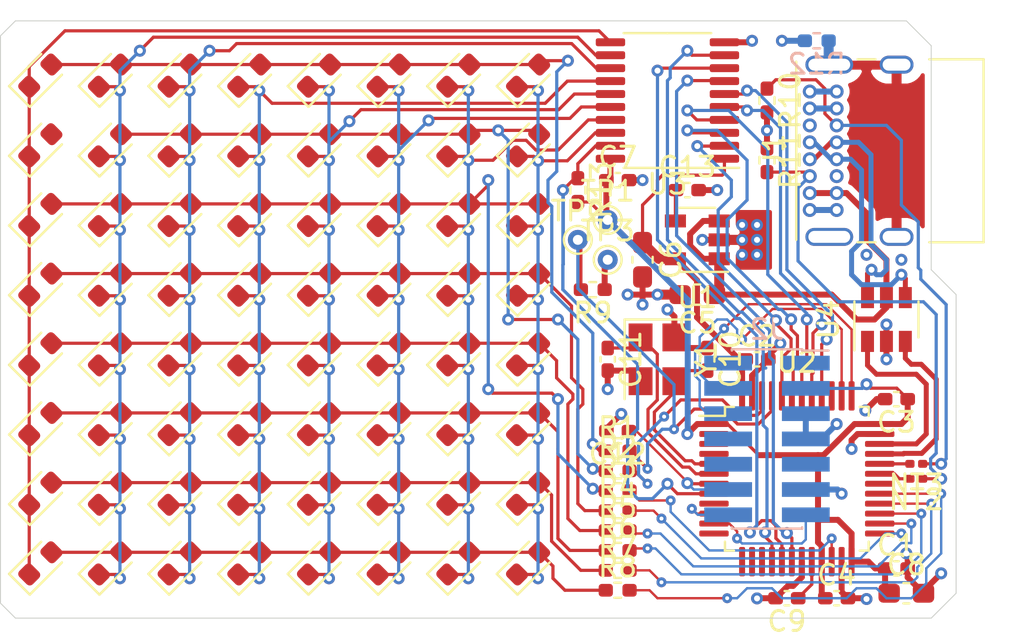
<source format=kicad_pcb>
(kicad_pcb (version 20171130) (host pcbnew 5.1.8-5.fc32)
  (title_block (title "USB LED Matrix") (company "Jonas Norling"))
  (layers (0 F.Cu signal) (1 In1.Cu power hide) (2 In2.Cu power hide) (31 B.Cu signal) (34 B.Paste user) (35 F.Paste user) (36 B.SilkS user hide) (37 F.SilkS user hide) (38 B.Mask user) (39 F.Mask user) (44 Edge.Cuts user))
  (net 0 "")
  (net 1 "Net-(D1-Pad2)")
  (net 2 "Net-(D1-Pad1)")
  (net 3 "Net-(D10-Pad2)")
  (net 4 "Net-(D11-Pad2)")
  (net 5 "Net-(D12-Pad2)")
  (net 6 "Net-(D13-Pad2)")
  (net 7 "Net-(D14-Pad2)")
  (net 8 "Net-(D15-Pad2)")
  (net 9 "Net-(D16-Pad2)")
  (net 10 "Net-(D10-Pad1)")
  (net 11 "Net-(D17-Pad1)")
  (net 12 "Net-(D25-Pad1)")
  (net 13 "Net-(D33-Pad1)")
  (net 14 "Net-(D41-Pad1)")
  (net 15 "Net-(D49-Pad1)")
  (net 16 "Net-(D57-Pad1)")
  (net 17 /ROW1)
  (net 18 /ROW2)
  (net 19 /ROW3)
  (net 20 /ROW4)
  (net 21 /ROW5)
  (net 22 /ROW6)
  (net 23 /ROW7)
  (net 24 /ROW8)
  (net 25 /COL8)
  (net 26 /COL7)
  (net 27 /COL6)
  (net 28 /COL5)
  (net 29 /COL4)
  (net 30 /SWCLK)
  (net 31 /SWDIO)
  (net 32 /COL3)
  (net 33 /COL2)
  (net 34 /COL1)
  (net 35 /NRST)
  (net 36 GND)
  (net 37 /VDD)
  (net 38 /TX)
  (net 39 /RX)
  (net 40 /VBUS)
  (net 41 "Net-(C10-Pad2)")
  (net 42 "Net-(C11-Pad1)")
  (net 43 "Net-(J1-PadB5)")
  (net 44 "Net-(J1-PadA5)")
  (net 45 /USB_CC1)
  (net 46 /USB_CC2)
  (net 47 "Net-(C13-Pad1)")
  (net 48 /VREF+)
  (net 49 /SHIELD)
  (net 50 /BUFFER_EN)
  (net 51 /USBCON_D+)
  (net 52 /USBCON_D-)
  (net 53 /USB_D-)
  (net 54 /USB_D+)
  (module Resistor_SMD:R_0402_1005Metric_Pad0.72x0.64mm_HandSolder (layer F.Cu) (at 169 88.5 270)
    (fp_text reference R13 (at 0 -1.17 90) (layer F.SilkS))
    (fp_text value R)
    (pad 2 smd roundrect (at 0.5975 0 270) (size 0.715 0.64) (layers F.Cu F.Paste F.Mask) (net 37 /VDD))
    (pad 1 smd roundrect (at -0.5975 0 270) (size 0.715 0.64) (layers F.Cu F.Paste F.Mask) (net 50 /BUFFER_EN))
  )
  (module Package_QFP:LQFP-48_7x7mm_P0.5mm (layer F.Cu) (at 180 103)
    (fp_text reference U2 (at 0 -5.85) (layer F.SilkS))
    (fp_text value STM32G473CET6)
    (pad 48 smd roundrect (at -2.75 -4.1625) (size 0.3 1.475) (layers F.Cu F.Paste F.Mask) (net 37 /VDD))
    (pad 47 smd roundrect (at -2.25 -4.1625) (size 0.3 1.475) (layers F.Cu F.Paste F.Mask) (net 36 GND))
    (pad 46 smd roundrect (at -1.75 -4.1625) (size 0.3 1.475) (layers F.Cu F.Paste F.Mask) (net 18 /ROW2))
    (pad 45 smd roundrect (at -1.25 -4.1625) (size 0.3 1.475) (layers F.Cu F.Paste F.Mask) (net 17 /ROW1))
    (pad 44 smd roundrect (at -0.75 -4.1625) (size 0.3 1.475) (layers F.Cu F.Paste F.Mask) (net 25 /COL8))
    (pad 43 smd roundrect (at -0.25 -4.1625) (size 0.3 1.475) (layers F.Cu F.Paste F.Mask) (net 26 /COL7))
    (pad 42 smd roundrect (at 0.25 -4.1625) (size 0.3 1.475) (layers F.Cu F.Paste F.Mask) (net 27 /COL6))
    (pad 41 smd roundrect (at 0.75 -4.1625) (size 0.3 1.475) (layers F.Cu F.Paste F.Mask) (net 28 /COL5))
    (pad 40 smd roundrect (at 1.25 -4.1625) (size 0.3 1.475) (layers F.Cu F.Paste F.Mask) (net 29 /COL4))
    (pad 39 smd roundrect (at 1.75 -4.1625) (size 0.3 1.475) (layers F.Cu F.Paste F.Mask))
    (pad 38 smd roundrect (at 2.25 -4.1625) (size 0.3 1.475) (layers F.Cu F.Paste F.Mask) (net 30 /SWCLK))
    (pad 37 smd roundrect (at 2.75 -4.1625) (size 0.3 1.475) (layers F.Cu F.Paste F.Mask) (net 31 /SWDIO))
    (pad 36 smd roundrect (at 4.1625 -2.75) (size 1.475 0.3) (layers F.Cu F.Paste F.Mask) (net 37 /VDD))
    (pad 35 smd roundrect (at 4.1625 -2.25) (size 1.475 0.3) (layers F.Cu F.Paste F.Mask) (net 36 GND))
    (pad 34 smd roundrect (at 4.1625 -1.75) (size 1.475 0.3) (layers F.Cu F.Paste F.Mask) (net 54 /USB_D+))
    (pad 33 smd roundrect (at 4.1625 -1.25) (size 1.475 0.3) (layers F.Cu F.Paste F.Mask) (net 53 /USB_D-))
    (pad 32 smd roundrect (at 4.1625 -0.75) (size 1.475 0.3) (layers F.Cu F.Paste F.Mask) (net 46 /USB_CC2))
    (pad 31 smd roundrect (at 4.1625 -0.25) (size 1.475 0.3) (layers F.Cu F.Paste F.Mask) (net 45 /USB_CC1))
    (pad 30 smd roundrect (at 4.1625 0.25) (size 1.475 0.3) (layers F.Cu F.Paste F.Mask))
    (pad 29 smd roundrect (at 4.1625 0.75) (size 1.475 0.3) (layers F.Cu F.Paste F.Mask) (net 24 /ROW8))
    (pad 28 smd roundrect (at 4.1625 1.25) (size 1.475 0.3) (layers F.Cu F.Paste F.Mask) (net 23 /ROW7))
    (pad 27 smd roundrect (at 4.1625 1.75) (size 1.475 0.3) (layers F.Cu F.Paste F.Mask) (net 22 /ROW6))
    (pad 26 smd roundrect (at 4.1625 2.25) (size 1.475 0.3) (layers F.Cu F.Paste F.Mask) (net 21 /ROW5))
    (pad 25 smd roundrect (at 4.1625 2.75) (size 1.475 0.3) (layers F.Cu F.Paste F.Mask) (net 20 /ROW4))
    (pad 24 smd roundrect (at 2.75 4.1625) (size 0.3 1.475) (layers F.Cu F.Paste F.Mask) (net 37 /VDD))
    (pad 23 smd roundrect (at 2.25 4.1625) (size 0.3 1.475) (layers F.Cu F.Paste F.Mask) (net 36 GND))
    (pad 22 smd roundrect (at 1.75 4.1625) (size 0.3 1.475) (layers F.Cu F.Paste F.Mask) (net 19 /ROW3))
    (pad 21 smd roundrect (at 1.25 4.1625) (size 0.3 1.475) (layers F.Cu F.Paste F.Mask) (net 37 /VDD))
    (pad 20 smd roundrect (at 0.75 4.1625) (size 0.3 1.475) (layers F.Cu F.Paste F.Mask) (net 48 /VREF+))
    (pad 19 smd roundrect (at 0.25 4.1625) (size 0.3 1.475) (layers F.Cu F.Paste F.Mask) (net 36 GND))
    (pad 18 smd roundrect (at -0.25 4.1625) (size 0.3 1.475) (layers F.Cu F.Paste F.Mask) (net 32 /COL3))
    (pad 17 smd roundrect (at -0.75 4.1625) (size 0.3 1.475) (layers F.Cu F.Paste F.Mask) (net 33 /COL2))
    (pad 16 smd roundrect (at -1.25 4.1625) (size 0.3 1.475) (layers F.Cu F.Paste F.Mask) (net 34 /COL1))
    (pad 15 smd roundrect (at -1.75 4.1625) (size 0.3 1.475) (layers F.Cu F.Paste F.Mask))
    (pad 14 smd roundrect (at -2.25 4.1625) (size 0.3 1.475) (layers F.Cu F.Paste F.Mask))
    (pad 13 smd roundrect (at -2.75 4.1625) (size 0.3 1.475) (layers F.Cu F.Paste F.Mask))
    (pad 12 smd roundrect (at -4.1625 2.75) (size 1.475 0.3) (layers F.Cu F.Paste F.Mask))
    (pad 11 smd roundrect (at -4.1625 2.25) (size 1.475 0.3) (layers F.Cu F.Paste F.Mask) (net 39 /RX))
    (pad 10 smd roundrect (at -4.1625 1.75) (size 1.475 0.3) (layers F.Cu F.Paste F.Mask) (net 38 /TX))
    (pad 9 smd roundrect (at -4.1625 1.25) (size 1.475 0.3) (layers F.Cu F.Paste F.Mask))
    (pad 8 smd roundrect (at -4.1625 0.75) (size 1.475 0.3) (layers F.Cu F.Paste F.Mask) (net 50 /BUFFER_EN))
    (pad 7 smd roundrect (at -4.1625 0.25) (size 1.475 0.3) (layers F.Cu F.Paste F.Mask) (net 35 /NRST))
    (pad 6 smd roundrect (at -4.1625 -0.25) (size 1.475 0.3) (layers F.Cu F.Paste F.Mask) (net 42 "Net-(C11-Pad1)"))
    (pad 5 smd roundrect (at -4.1625 -0.75) (size 1.475 0.3) (layers F.Cu F.Paste F.Mask) (net 41 "Net-(C10-Pad2)"))
    (pad 4 smd roundrect (at -4.1625 -1.25) (size 1.475 0.3) (layers F.Cu F.Paste F.Mask))
    (pad 3 smd roundrect (at -4.1625 -1.75) (size 1.475 0.3) (layers F.Cu F.Paste F.Mask))
    (pad 2 smd roundrect (at -4.1625 -2.25) (size 1.475 0.3) (layers F.Cu F.Paste F.Mask))
    (pad 1 smd roundrect (at -4.1625 -2.75) (size 1.475 0.3) (layers F.Cu F.Paste F.Mask) (net 37 /VDD))
  )
  (module Resistor_SMD:R_0201_0603Metric (layer F.Cu) (at 186 102.25 180)
    (fp_text reference NT3 (at 0 -1.05 180) (layer F.SilkS))
    (fp_text value Net-Tie_2)
    (pad 2 smd roundrect (at 0.32 0 180) (size 0.46 0.4) (layers F.Cu F.Mask) (net 46 /USB_CC2))
    (pad 1 smd roundrect (at -0.32 0 180) (size 0.46 0.4) (layers F.Cu F.Mask) (net 43 "Net-(J1-PadB5)"))
  )
  (module Resistor_SMD:R_0201_0603Metric (layer F.Cu) (at 186 103 180)
    (fp_text reference NT2 (at 0 -1.05 180) (layer F.SilkS))
    (fp_text value Net-Tie_2)
    (pad 2 smd roundrect (at 0.32 0 180) (size 0.46 0.4) (layers F.Cu F.Mask) (net 45 /USB_CC1))
    (pad 1 smd roundrect (at -0.32 0 180) (size 0.46 0.4) (layers F.Cu F.Mask) (net 44 "Net-(J1-PadA5)"))
  )
  (module Package_TO_SOT_SMD:SOT-23-6 (layer F.Cu) (at 184.5 95 90)
    (fp_text reference U4 (at 0 -2.9 90) (layer F.SilkS))
    (fp_text value USBLC6-2SC6)
    (pad 5 smd rect (at 1.1 0 90) (size 1.06 0.65) (layers F.Cu F.Paste F.Mask) (net 40 /VBUS))
    (pad 6 smd rect (at 1.1 -0.95 90) (size 1.06 0.65) (layers F.Cu F.Paste F.Mask) (net 51 /USBCON_D+))
    (pad 4 smd rect (at 1.1 0.95 90) (size 1.06 0.65) (layers F.Cu F.Paste F.Mask) (net 52 /USBCON_D-))
    (pad 3 smd rect (at -1.1 0.95 90) (size 1.06 0.65) (layers F.Cu F.Paste F.Mask) (net 53 /USB_D-))
    (pad 2 smd rect (at -1.1 0 90) (size 1.06 0.65) (layers F.Cu F.Paste F.Mask) (net 36 GND))
    (pad 1 smd rect (at -1.1 -0.95 90) (size 1.06 0.65) (layers F.Cu F.Paste F.Mask) (net 54 /USB_D+))
  )
  (module Capacitor_SMD:C_0402_1005Metric_Pad0.74x0.62mm_HandSolder (layer F.Cu) (at 174.5 88.5)
    (fp_text reference C13 (at 0 -1.16) (layer F.SilkS))
    (fp_text value DNP)
    (pad 2 smd roundrect (at 0.5675 0) (size 0.735 0.62) (layers F.Cu F.Paste F.Mask) (net 36 GND))
    (pad 1 smd roundrect (at -0.5675 0) (size 0.735 0.62) (layers F.Cu F.Paste F.Mask) (net 47 "Net-(C13-Pad1)"))
  )
  (module Package_TO_SOT_SMD:SOT-23-5 (layer F.Cu) (at 175 91 180)
    (fp_text reference U1 (at 0 -2.9) (layer F.SilkS))
    (fp_text value AP2210K-3.3)
    (pad 5 smd rect (at 1.1 -0.95 180) (size 1.06 0.65) (layers F.Cu F.Paste F.Mask) (net 37 /VDD))
    (pad 4 smd rect (at 1.1 0.95 180) (size 1.06 0.65) (layers F.Cu F.Paste F.Mask) (net 47 "Net-(C13-Pad1)"))
    (pad 3 smd rect (at -1.1 0.95 180) (size 1.06 0.65) (layers F.Cu F.Paste F.Mask) (net 40 /VBUS))
    (pad 2 smd rect (at -1.1 0 180) (size 1.06 0.65) (layers F.Cu F.Paste F.Mask) (net 36 GND))
    (pad 1 smd rect (at -1.1 -0.95 180) (size 1.06 0.65) (layers F.Cu F.Paste F.Mask) (net 40 /VBUS))
  )
  (module Resistor_SMD:R_0402_1005Metric_Pad0.72x0.64mm_HandSolder (layer B.Cu) (at 181 81)
    (fp_text reference R12 (at 0 1.17) (layer B.SilkS) (effects (justify mirror)))
    (fp_text value DNP)
    (pad 2 smd roundrect (at 0.5975 0) (size 0.715 0.64) (layers B.Cu B.Paste B.Mask) (net 49 /SHIELD))
    (pad 1 smd roundrect (at -0.5975 0) (size 0.715 0.64) (layers B.Cu B.Paste B.Mask) (net 36 GND))
  )
  (module Resistor_SMD:R_0402_1005Metric_Pad0.72x0.64mm_HandSolder (layer F.Cu) (at 178.5 87 270)
    (fp_text reference R11 (at 0 -1.17 90) (layer F.SilkS))
    (fp_text value 5k1)
    (pad 2 smd roundrect (at 0.5975 0 270) (size 0.715 0.64) (layers F.Cu F.Paste F.Mask) (net 44 "Net-(J1-PadA5)"))
    (pad 1 smd roundrect (at -0.5975 0 270) (size 0.715 0.64) (layers F.Cu F.Paste F.Mask) (net 36 GND))
  )
  (module Resistor_SMD:R_0402_1005Metric_Pad0.72x0.64mm_HandSolder (layer F.Cu) (at 178.5 84 270)
    (fp_text reference R10 (at 0 -1.17 90) (layer F.SilkS))
    (fp_text value 5k1)
    (pad 2 smd roundrect (at 0.5975 0 270) (size 0.715 0.64) (layers F.Cu F.Paste F.Mask) (net 36 GND))
    (pad 1 smd roundrect (at -0.5975 0 270) (size 0.715 0.64) (layers F.Cu F.Paste F.Mask) (net 43 "Net-(J1-PadB5)"))
  )
  (module Connector_USB:USB_C_Receptacle_GCT_USB4085 (layer F.Cu) (at 180.65 89.5 90)
    (fp_text reference J1 (at 2.975 -1.8 90) (layer F.SilkS))
    (fp_text value USB4085-GF-A)
    (pad S1 thru_hole oval (at 7.3 4.36 90) (size 0.9 1.7) (drill oval 0.6 1.4) (layers *.Cu *.Mask) (net 49 /SHIELD))
    (pad S1 thru_hole oval (at -1.35 4.36 90) (size 0.9 1.7) (drill oval 0.6 1.4) (layers *.Cu *.Mask) (net 49 /SHIELD))
    (pad S1 thru_hole oval (at 7.3 0.98 90) (size 0.9 2.4) (drill oval 0.6 2.1) (layers *.Cu *.Mask) (net 49 /SHIELD))
    (pad S1 thru_hole oval (at -1.35 0.98 90) (size 0.9 2.4) (drill oval 0.6 2.1) (layers *.Cu *.Mask) (net 49 /SHIELD))
    (pad B6 thru_hole circle (at 3.4 1.35 90) (size 0.7 0.7) (drill 0.4) (layers *.Cu *.Mask) (net 51 /USBCON_D+))
    (pad B1 thru_hole circle (at 5.95 1.35 90) (size 0.7 0.7) (drill 0.4) (layers *.Cu *.Mask) (net 36 GND))
    (pad B4 thru_hole circle (at 5.1 1.35 90) (size 0.7 0.7) (drill 0.4) (layers *.Cu *.Mask) (net 40 /VBUS))
    (pad B5 thru_hole circle (at 4.25 1.35 90) (size 0.7 0.7) (drill 0.4) (layers *.Cu *.Mask) (net 43 "Net-(J1-PadB5)"))
    (pad B12 thru_hole circle (at 0 1.35 90) (size 0.7 0.7) (drill 0.4) (layers *.Cu *.Mask) (net 36 GND))
    (pad B8 thru_hole circle (at 1.7 1.35 90) (size 0.7 0.7) (drill 0.4) (layers *.Cu *.Mask))
    (pad B7 thru_hole circle (at 2.55 1.35 90) (size 0.7 0.7) (drill 0.4) (layers *.Cu *.Mask) (net 52 /USBCON_D-))
    (pad B9 thru_hole circle (at 0.85 1.35 90) (size 0.7 0.7) (drill 0.4) (layers *.Cu *.Mask) (net 40 /VBUS))
    (pad A12 thru_hole circle (at 5.95 0 90) (size 0.7 0.7) (drill 0.4) (layers *.Cu *.Mask) (net 36 GND))
    (pad A9 thru_hole circle (at 5.1 0 90) (size 0.7 0.7) (drill 0.4) (layers *.Cu *.Mask) (net 40 /VBUS))
    (pad A8 thru_hole circle (at 4.25 0 90) (size 0.7 0.7) (drill 0.4) (layers *.Cu *.Mask))
    (pad A7 thru_hole circle (at 3.4 0 90) (size 0.7 0.7) (drill 0.4) (layers *.Cu *.Mask) (net 52 /USBCON_D-))
    (pad A6 thru_hole circle (at 2.55 0 90) (size 0.7 0.7) (drill 0.4) (layers *.Cu *.Mask) (net 51 /USBCON_D+))
    (pad A5 thru_hole circle (at 1.7 0 90) (size 0.7 0.7) (drill 0.4) (layers *.Cu *.Mask) (net 44 "Net-(J1-PadA5)"))
    (pad A4 thru_hole circle (at 0.85 0 90) (size 0.7 0.7) (drill 0.4) (layers *.Cu *.Mask) (net 40 /VBUS))
    (pad A1 thru_hole circle (at 0 0 90) (size 0.7 0.7) (drill 0.4) (layers *.Cu *.Mask) (net 36 GND))
  )
  (module Capacitor_SMD:C_0402_1005Metric_Pad0.74x0.62mm_HandSolder (layer F.Cu) (at 171 100.6 180)
    (fp_text reference C12 (at 0 -1.16) (layer F.SilkS))
    (fp_text value 100n)
    (pad 2 smd roundrect (at 0.5675 0 180) (size 0.735 0.62) (layers F.Cu F.Paste F.Mask) (net 36 GND))
    (pad 1 smd roundrect (at -0.5675 0 180) (size 0.735 0.62) (layers F.Cu F.Paste F.Mask) (net 35 /NRST))
  )
  (module Capacitor_SMD:C_0402_1005Metric_Pad0.74x0.62mm_HandSolder (layer F.Cu) (at 170.5 97 270)
    (fp_text reference C11 (at 0 -1.16 90) (layer F.SilkS))
    (fp_text value p)
    (pad 2 smd roundrect (at 0.5675 0 270) (size 0.735 0.62) (layers F.Cu F.Paste F.Mask) (net 36 GND))
    (pad 1 smd roundrect (at -0.5675 0 270) (size 0.735 0.62) (layers F.Cu F.Paste F.Mask) (net 42 "Net-(C11-Pad1)"))
  )
  (module Capacitor_SMD:C_0402_1005Metric_Pad0.74x0.62mm_HandSolder (layer F.Cu) (at 175.5 97 270)
    (fp_text reference C10 (at 0 -1.16 90) (layer F.SilkS))
    (fp_text value p)
    (pad 2 smd roundrect (at 0.5675 0 270) (size 0.735 0.62) (layers F.Cu F.Paste F.Mask) (net 41 "Net-(C10-Pad2)"))
    (pad 1 smd roundrect (at -0.5675 0 270) (size 0.735 0.62) (layers F.Cu F.Paste F.Mask) (net 36 GND))
  )
  (module TestPoint:TestPoint_THTPad_D1.0mm_Drill0.5mm (layer F.Cu) (at 170.5 92)
    (fp_text reference TP3 (at 0 -1.448) (layer F.SilkS))
    (fp_text value TestPoint)
    (pad 1 thru_hole circle (at 0 0) (size 1 1) (drill 0.5) (layers *.Cu *.Mask) (net 36 GND))
  )
  (module TestPoint:TestPoint_THTPad_D1.0mm_Drill0.5mm (layer F.Cu) (at 169 91)
    (fp_text reference TP2 (at 0 -1.448) (layer F.SilkS))
    (fp_text value TestPoint)
    (pad 1 thru_hole circle (at 0 0) (size 1 1) (drill 0.5) (layers *.Cu *.Mask) (net 17 /ROW1))
  )
  (module TestPoint:TestPoint_THTPad_D1.0mm_Drill0.5mm (layer F.Cu) (at 170.5 90)
    (fp_text reference TP1 (at 0 -1.448) (layer F.SilkS))
    (fp_text value TestPoint)
    (pad 1 thru_hole circle (at 0 0) (size 1 1) (drill 0.5) (layers *.Cu *.Mask) (net 37 /VDD))
  )
  (module Connector_PinHeader_1.27mm:PinHeader_2x07_P1.27mm_Vertical_SMD (layer B.Cu) (at 178.5 101 180)
    (fp_text reference J2 (at 0 5.505 180) (layer B.SilkS) (effects (justify mirror)))
    (fp_text value Conn_ST_STDC14)
    (pad 14 smd rect (at 1.95 -3.81 180) (size 2.4 0.74) (layers B.Cu B.Paste B.Mask) (net 38 /TX))
    (pad 13 smd rect (at -1.95 -3.81 180) (size 2.4 0.74) (layers B.Cu B.Paste B.Mask) (net 39 /RX))
    (pad 12 smd rect (at 1.95 -2.54 180) (size 2.4 0.74) (layers B.Cu B.Paste B.Mask) (net 35 /NRST))
    (pad 11 smd rect (at -1.95 -2.54 180) (size 2.4 0.74) (layers B.Cu B.Paste B.Mask) (net 36 GND))
    (pad 10 smd rect (at 1.95 -1.27 180) (size 2.4 0.74) (layers B.Cu B.Paste B.Mask))
    (pad 9 smd rect (at -1.95 -1.27 180) (size 2.4 0.74) (layers B.Cu B.Paste B.Mask))
    (pad 8 smd rect (at 1.95 0 180) (size 2.4 0.74) (layers B.Cu B.Paste B.Mask))
    (pad 7 smd rect (at -1.95 0 180) (size 2.4 0.74) (layers B.Cu B.Paste B.Mask) (net 36 GND))
    (pad 6 smd rect (at 1.95 1.27 180) (size 2.4 0.74) (layers B.Cu B.Paste B.Mask) (net 30 /SWCLK))
    (pad 5 smd rect (at -1.95 1.27 180) (size 2.4 0.74) (layers B.Cu B.Paste B.Mask) (net 36 GND))
    (pad 4 smd rect (at 1.95 2.54 180) (size 2.4 0.74) (layers B.Cu B.Paste B.Mask) (net 31 /SWDIO))
    (pad 3 smd rect (at -1.95 2.54 180) (size 2.4 0.74) (layers B.Cu B.Paste B.Mask) (net 37 /VDD))
    (pad 2 smd rect (at 1.95 3.81 180) (size 2.4 0.74) (layers B.Cu B.Paste B.Mask))
    (pad 1 smd rect (at -1.95 3.81 180) (size 2.4 0.74) (layers B.Cu B.Paste B.Mask))
  )
  (module Capacitor_SMD:C_0402_1005Metric_Pad0.74x0.62mm_HandSolder (layer F.Cu) (at 179.5 109 180)
    (fp_text reference C9 (at 0 -1.16) (layer F.SilkS))
    (fp_text value DNP)
    (pad 2 smd roundrect (at 0.5675 0 180) (size 0.735 0.62) (layers F.Cu F.Paste F.Mask) (net 36 GND))
    (pad 1 smd roundrect (at -0.5675 0 180) (size 0.735 0.62) (layers F.Cu F.Paste F.Mask) (net 48 /VREF+))
  )
  (module Capacitor_SMD:C_0603_1608Metric_Pad1.08x0.95mm_HandSolder (layer F.Cu) (at 185.5 108.75)
    (fp_text reference C8 (at 0 -1.43) (layer F.SilkS))
    (fp_text value 4.7u)
    (pad 2 smd roundrect (at 0.8625 0) (size 1.075 0.95) (layers F.Cu F.Paste F.Mask) (net 36 GND))
    (pad 1 smd roundrect (at -0.8625 0) (size 1.075 0.95) (layers F.Cu F.Paste F.Mask) (net 37 /VDD))
  )
  (module LED_SMD:LED_0603_1608Metric (layer F.Cu) (at 166.5 107.25 45)
    (fp_text reference D64 hide)
    (fp_text value LED_Small_ALT hide)
    (pad 2 smd roundrect (at 0.7875 0 45) (size 0.875 0.95) (layers F.Cu F.Paste F.Mask) (net 9 "Net-(D16-Pad2)"))
    (pad 1 smd roundrect (at -0.7875 0 45) (size 0.875 0.95) (layers F.Cu F.Paste F.Mask) (net 16 "Net-(D57-Pad1)"))
  )
  (module Crystal:Crystal_SMD_3225-4Pin_3.2x2.5mm (layer F.Cu) (at 173 97 270)
    (fp_text reference Y1 (at 0 -2.45 90) (layer F.SilkS))
    (fp_text value ABM8-24.000MHZ-B2-T)
    (pad 4 smd rect (at -1.1 -0.85 270) (size 1.4 1.2) (layers F.Cu F.Paste F.Mask) (net 36 GND))
    (pad 3 smd rect (at 1.1 -0.85 270) (size 1.4 1.2) (layers F.Cu F.Paste F.Mask) (net 41 "Net-(C10-Pad2)"))
    (pad 2 smd rect (at 1.1 0.85 270) (size 1.4 1.2) (layers F.Cu F.Paste F.Mask) (net 36 GND))
    (pad 1 smd rect (at -1.1 0.85 270) (size 1.4 1.2) (layers F.Cu F.Paste F.Mask) (net 42 "Net-(C11-Pad1)"))
  )
  (module Resistor_SMD:R_0402_1005Metric_Pad0.72x0.64mm_HandSolder (layer F.Cu) (at 169.75 93.5 180)
    (fp_text reference R9 (at 0 -1.17) (layer F.SilkS))
    (fp_text value R)
    (pad 2 smd roundrect (at 0.5975 0 180) (size 0.715 0.64) (layers F.Cu F.Paste F.Mask) (net 17 /ROW1))
    (pad 1 smd roundrect (at -0.5975 0 180) (size 0.715 0.64) (layers F.Cu F.Paste F.Mask) (net 36 GND))
  )
  (module Capacitor_SMD:C_0402_1005Metric_Pad0.74x0.62mm_HandSolder (layer F.Cu) (at 171 88)
    (fp_text reference C7 (at 0 -1.16) (layer F.SilkS))
    (fp_text value 100n)
    (pad 2 smd roundrect (at 0.5675 0) (size 0.735 0.62) (layers F.Cu F.Paste F.Mask) (net 36 GND))
    (pad 1 smd roundrect (at -0.5675 0) (size 0.735 0.62) (layers F.Cu F.Paste F.Mask) (net 37 /VDD))
  )
  (module Capacitor_SMD:C_0603_1608Metric_Pad1.08x0.95mm_HandSolder (layer F.Cu) (at 172.25 92 270)
    (fp_text reference C6 (at 0 -1.43 90) (layer F.SilkS))
    (fp_text value 10u)
    (pad 2 smd roundrect (at 0.8625 0 270) (size 1.075 0.95) (layers F.Cu F.Paste F.Mask) (net 36 GND))
    (pad 1 smd roundrect (at -0.8625 0 270) (size 1.075 0.95) (layers F.Cu F.Paste F.Mask) (net 37 /VDD))
  )
  (module Capacitor_SMD:C_0603_1608Metric_Pad1.08x0.95mm_HandSolder (layer F.Cu) (at 175 93.75 180)
    (fp_text reference C5 (at 0 -1.43) (layer F.SilkS))
    (fp_text value 1u)
    (pad 2 smd roundrect (at 0.8625 0 180) (size 1.075 0.95) (layers F.Cu F.Paste F.Mask) (net 36 GND))
    (pad 1 smd roundrect (at -0.8625 0 180) (size 1.075 0.95) (layers F.Cu F.Paste F.Mask) (net 40 /VBUS))
  )
  (module Capacitor_SMD:C_0402_1005Metric_Pad0.74x0.62mm_HandSolder (layer F.Cu) (at 182 109)
    (fp_text reference C4 (at 0 -1.16) (layer F.SilkS))
    (fp_text value 100n)
    (pad 2 smd roundrect (at 0.5675 0) (size 0.735 0.62) (layers F.Cu F.Paste F.Mask) (net 36 GND))
    (pad 1 smd roundrect (at -0.5675 0) (size 0.735 0.62) (layers F.Cu F.Paste F.Mask) (net 37 /VDD))
  )
  (module Capacitor_SMD:C_0402_1005Metric_Pad0.74x0.62mm_HandSolder (layer F.Cu) (at 185 99 180)
    (fp_text reference C3 (at 0 -1.16) (layer F.SilkS))
    (fp_text value 100n)
    (pad 2 smd roundrect (at 0.5675 0 180) (size 0.735 0.62) (layers F.Cu F.Paste F.Mask) (net 36 GND))
    (pad 1 smd roundrect (at -0.5675 0 180) (size 0.735 0.62) (layers F.Cu F.Paste F.Mask) (net 37 /VDD))
  )
  (module Capacitor_SMD:C_0402_1005Metric_Pad0.74x0.62mm_HandSolder (layer F.Cu) (at 178 97)
    (fp_text reference C2 (at 0 -1.16) (layer F.SilkS))
    (fp_text value 100n)
    (pad 2 smd roundrect (at 0.5675 0) (size 0.735 0.62) (layers F.Cu F.Paste F.Mask) (net 36 GND))
    (pad 1 smd roundrect (at -0.5675 0) (size 0.735 0.62) (layers F.Cu F.Paste F.Mask) (net 37 /VDD))
  )
  (module Capacitor_SMD:C_0402_1005Metric_Pad0.74x0.62mm_HandSolder (layer F.Cu) (at 185 107.5)
    (fp_text reference C1 (at 0 -1.16) (layer F.SilkS))
    (fp_text value 100n)
    (pad 2 smd roundrect (at 0.5675 0) (size 0.735 0.62) (layers F.Cu F.Paste F.Mask) (net 36 GND))
    (pad 1 smd roundrect (at -0.5675 0) (size 0.735 0.62) (layers F.Cu F.Paste F.Mask) (net 37 /VDD))
  )
  (module Package_SO:TSSOP-20_4.4x6.5mm_P0.65mm (layer F.Cu) (at 173.5 84 180)
    (fp_text reference U3 (at 0 -4.2) (layer F.SilkS))
    (fp_text value 74LVT245)
    (pad 20 smd roundrect (at 2.8625 -2.925 180) (size 1.475 0.4) (layers F.Cu F.Paste F.Mask) (net 37 /VDD))
    (pad 19 smd roundrect (at 2.8625 -2.275 180) (size 1.475 0.4) (layers F.Cu F.Paste F.Mask) (net 50 /BUFFER_EN))
    (pad 18 smd roundrect (at 2.8625 -1.625 180) (size 1.475 0.4) (layers F.Cu F.Paste F.Mask) (net 16 "Net-(D57-Pad1)"))
    (pad 17 smd roundrect (at 2.8625 -0.975 180) (size 1.475 0.4) (layers F.Cu F.Paste F.Mask) (net 15 "Net-(D49-Pad1)"))
    (pad 16 smd roundrect (at 2.8625 -0.325 180) (size 1.475 0.4) (layers F.Cu F.Paste F.Mask) (net 14 "Net-(D41-Pad1)"))
    (pad 15 smd roundrect (at 2.8625 0.325 180) (size 1.475 0.4) (layers F.Cu F.Paste F.Mask) (net 13 "Net-(D33-Pad1)"))
    (pad 14 smd roundrect (at 2.8625 0.975 180) (size 1.475 0.4) (layers F.Cu F.Paste F.Mask) (net 12 "Net-(D25-Pad1)"))
    (pad 13 smd roundrect (at 2.8625 1.625 180) (size 1.475 0.4) (layers F.Cu F.Paste F.Mask) (net 11 "Net-(D17-Pad1)"))
    (pad 12 smd roundrect (at 2.8625 2.275 180) (size 1.475 0.4) (layers F.Cu F.Paste F.Mask) (net 10 "Net-(D10-Pad1)"))
    (pad 11 smd roundrect (at 2.8625 2.925 180) (size 1.475 0.4) (layers F.Cu F.Paste F.Mask) (net 2 "Net-(D1-Pad1)"))
    (pad 10 smd roundrect (at -2.8625 2.925 180) (size 1.475 0.4) (layers F.Cu F.Paste F.Mask) (net 36 GND))
    (pad 9 smd roundrect (at -2.8625 2.275 180) (size 1.475 0.4) (layers F.Cu F.Paste F.Mask) (net 34 /COL1))
    (pad 8 smd roundrect (at -2.8625 1.625 180) (size 1.475 0.4) (layers F.Cu F.Paste F.Mask) (net 33 /COL2))
    (pad 7 smd roundrect (at -2.8625 0.975 180) (size 1.475 0.4) (layers F.Cu F.Paste F.Mask) (net 32 /COL3))
    (pad 6 smd roundrect (at -2.8625 0.325 180) (size 1.475 0.4) (layers F.Cu F.Paste F.Mask) (net 29 /COL4))
    (pad 5 smd roundrect (at -2.8625 -0.325 180) (size 1.475 0.4) (layers F.Cu F.Paste F.Mask) (net 28 /COL5))
    (pad 4 smd roundrect (at -2.8625 -0.975 180) (size 1.475 0.4) (layers F.Cu F.Paste F.Mask) (net 27 /COL6))
    (pad 3 smd roundrect (at -2.8625 -1.625 180) (size 1.475 0.4) (layers F.Cu F.Paste F.Mask) (net 26 /COL7))
    (pad 2 smd roundrect (at -2.8625 -2.275 180) (size 1.475 0.4) (layers F.Cu F.Paste F.Mask) (net 25 /COL8))
    (pad 1 smd roundrect (at -2.8625 -2.925 180) (size 1.475 0.4) (layers F.Cu F.Paste F.Mask) (net 37 /VDD))
  )
  (module LED_SMD:LED_0603_1608Metric (layer F.Cu) (at 142 100.25 45)
    (fp_text reference D6 hide)
    (fp_text value LED_Small_ALT hide)
    (pad 2 smd roundrect (at 0.7875 0 45) (size 0.875 0.95) (layers F.Cu F.Paste F.Mask) (net 7 "Net-(D14-Pad2)"))
    (pad 1 smd roundrect (at -0.7875 0 45) (size 0.875 0.95) (layers F.Cu F.Paste F.Mask) (net 2 "Net-(D1-Pad1)"))
  )
  (module LED_SMD:LED_0603_1608Metric (layer F.Cu) (at 142 103.75 45)
    (fp_text reference D7 hide)
    (fp_text value LED_Small_ALT hide)
    (pad 2 smd roundrect (at 0.7875 0 45) (size 0.875 0.95) (layers F.Cu F.Paste F.Mask) (net 8 "Net-(D15-Pad2)"))
    (pad 1 smd roundrect (at -0.7875 0 45) (size 0.875 0.95) (layers F.Cu F.Paste F.Mask) (net 2 "Net-(D1-Pad1)"))
  )
  (module LED_SMD:LED_0603_1608Metric (layer F.Cu) (at 142 96.75 45)
    (fp_text reference D5 hide)
    (fp_text value LED_Small_ALT hide)
    (pad 2 smd roundrect (at 0.7875 0 45) (size 0.875 0.95) (layers F.Cu F.Paste F.Mask) (net 6 "Net-(D13-Pad2)"))
    (pad 1 smd roundrect (at -0.7875 0 45) (size 0.875 0.95) (layers F.Cu F.Paste F.Mask) (net 2 "Net-(D1-Pad1)"))
  )
  (module LED_SMD:LED_0603_1608Metric (layer F.Cu) (at 142 93.25 45)
    (fp_text reference D4 hide)
    (fp_text value LED_Small_ALT hide)
    (pad 2 smd roundrect (at 0.7875 0 45) (size 0.875 0.95) (layers F.Cu F.Paste F.Mask) (net 5 "Net-(D12-Pad2)"))
    (pad 1 smd roundrect (at -0.7875 0 45) (size 0.875 0.95) (layers F.Cu F.Paste F.Mask) (net 2 "Net-(D1-Pad1)"))
  )
  (module LED_SMD:LED_0603_1608Metric (layer F.Cu) (at 142 89.75 45)
    (fp_text reference D3 hide)
    (fp_text value LED_Small_ALT hide)
    (pad 2 smd roundrect (at 0.7875 0 45) (size 0.875 0.95) (layers F.Cu F.Paste F.Mask) (net 4 "Net-(D11-Pad2)"))
    (pad 1 smd roundrect (at -0.7875 0 45) (size 0.875 0.95) (layers F.Cu F.Paste F.Mask) (net 2 "Net-(D1-Pad1)"))
  )
  (module LED_SMD:LED_0603_1608Metric (layer F.Cu) (at 145.5 96.75 45)
    (fp_text reference D13 hide)
    (fp_text value LED_Small_ALT hide)
    (pad 2 smd roundrect (at 0.7875 0 45) (size 0.875 0.95) (layers F.Cu F.Paste F.Mask) (net 6 "Net-(D13-Pad2)"))
    (pad 1 smd roundrect (at -0.7875 0 45) (size 0.875 0.95) (layers F.Cu F.Paste F.Mask) (net 10 "Net-(D10-Pad1)"))
  )
  (module LED_SMD:LED_0603_1608Metric (layer F.Cu) (at 145.5 89.75 45)
    (fp_text reference D11 hide)
    (fp_text value LED_Small_ALT hide)
    (pad 2 smd roundrect (at 0.7875 0 45) (size 0.875 0.95) (layers F.Cu F.Paste F.Mask) (net 4 "Net-(D11-Pad2)"))
    (pad 1 smd roundrect (at -0.7875 0 45) (size 0.875 0.95) (layers F.Cu F.Paste F.Mask) (net 10 "Net-(D10-Pad1)"))
  )
  (module LED_SMD:LED_0603_1608Metric (layer F.Cu) (at 145.5 93.25 45)
    (fp_text reference D12 hide)
    (fp_text value LED_Small_ALT hide)
    (pad 2 smd roundrect (at 0.7875 0 45) (size 0.875 0.95) (layers F.Cu F.Paste F.Mask) (net 5 "Net-(D12-Pad2)"))
    (pad 1 smd roundrect (at -0.7875 0 45) (size 0.875 0.95) (layers F.Cu F.Paste F.Mask) (net 10 "Net-(D10-Pad1)"))
  )
  (module LED_SMD:LED_0603_1608Metric (layer F.Cu) (at 145.5 103.75 45)
    (fp_text reference D15 hide)
    (fp_text value LED_Small_ALT hide)
    (pad 2 smd roundrect (at 0.7875 0 45) (size 0.875 0.95) (layers F.Cu F.Paste F.Mask) (net 8 "Net-(D15-Pad2)"))
    (pad 1 smd roundrect (at -0.7875 0 45) (size 0.875 0.95) (layers F.Cu F.Paste F.Mask) (net 10 "Net-(D10-Pad1)"))
  )
  (module LED_SMD:LED_0603_1608Metric (layer F.Cu) (at 145.5 100.25 45)
    (fp_text reference D14 hide)
    (fp_text value LED_Small_ALT hide)
    (pad 2 smd roundrect (at 0.7875 0 45) (size 0.875 0.95) (layers F.Cu F.Paste F.Mask) (net 7 "Net-(D14-Pad2)"))
    (pad 1 smd roundrect (at -0.7875 0 45) (size 0.875 0.95) (layers F.Cu F.Paste F.Mask) (net 10 "Net-(D10-Pad1)"))
  )
  (module LED_SMD:LED_0603_1608Metric (layer F.Cu) (at 142 107.25 45)
    (fp_text reference D8 hide)
    (fp_text value LED_Small_ALT hide)
    (pad 2 smd roundrect (at 0.7875 0 45) (size 0.875 0.95) (layers F.Cu F.Paste F.Mask) (net 9 "Net-(D16-Pad2)"))
    (pad 1 smd roundrect (at -0.7875 0 45) (size 0.875 0.95) (layers F.Cu F.Paste F.Mask) (net 2 "Net-(D1-Pad1)"))
  )
  (module LED_SMD:LED_0603_1608Metric (layer F.Cu) (at 142 82.75 45)
    (fp_text reference D1 hide)
    (fp_text value LED_Small_ALT hide)
    (pad 2 smd roundrect (at 0.7875 0 45) (size 0.875 0.95) (layers F.Cu F.Paste F.Mask) (net 1 "Net-(D1-Pad2)"))
    (pad 1 smd roundrect (at -0.7875 0 45) (size 0.875 0.95) (layers F.Cu F.Paste F.Mask) (net 2 "Net-(D1-Pad1)"))
  )
  (module LED_SMD:LED_0603_1608Metric (layer F.Cu) (at 145.5 107.25 45)
    (fp_text reference D16 hide)
    (fp_text value LED_Small_ALT hide)
    (pad 2 smd roundrect (at 0.7875 0 45) (size 0.875 0.95) (layers F.Cu F.Paste F.Mask) (net 9 "Net-(D16-Pad2)"))
    (pad 1 smd roundrect (at -0.7875 0 45) (size 0.875 0.95) (layers F.Cu F.Paste F.Mask) (net 10 "Net-(D10-Pad1)"))
  )
  (module LED_SMD:LED_0603_1608Metric (layer F.Cu) (at 145.5 86.25 45)
    (fp_text reference D10 hide)
    (fp_text value LED_Small_ALT hide)
    (pad 2 smd roundrect (at 0.7875 0 45) (size 0.875 0.95) (layers F.Cu F.Paste F.Mask) (net 3 "Net-(D10-Pad2)"))
    (pad 1 smd roundrect (at -0.7875 0 45) (size 0.875 0.95) (layers F.Cu F.Paste F.Mask) (net 10 "Net-(D10-Pad1)"))
  )
  (module LED_SMD:LED_0603_1608Metric (layer F.Cu) (at 149 82.75 45)
    (fp_text reference D17 hide)
    (fp_text value LED_Small_ALT hide)
    (pad 2 smd roundrect (at 0.7875 0 45) (size 0.875 0.95) (layers F.Cu F.Paste F.Mask) (net 1 "Net-(D1-Pad2)"))
    (pad 1 smd roundrect (at -0.7875 0 45) (size 0.875 0.95) (layers F.Cu F.Paste F.Mask) (net 11 "Net-(D17-Pad1)"))
  )
  (module LED_SMD:LED_0603_1608Metric (layer F.Cu) (at 145.5 82.75 45)
    (fp_text reference D9 hide)
    (fp_text value LED_Small_ALT hide)
    (pad 2 smd roundrect (at 0.7875 0 45) (size 0.875 0.95) (layers F.Cu F.Paste F.Mask) (net 1 "Net-(D1-Pad2)"))
    (pad 1 smd roundrect (at -0.7875 0 45) (size 0.875 0.95) (layers F.Cu F.Paste F.Mask) (net 10 "Net-(D10-Pad1)"))
  )
  (module LED_SMD:LED_0603_1608Metric (layer F.Cu) (at 156 107.25 45)
    (fp_text reference D40 hide)
    (fp_text value LED_Small_ALT hide)
    (pad 2 smd roundrect (at 0.7875 0 45) (size 0.875 0.95) (layers F.Cu F.Paste F.Mask) (net 9 "Net-(D16-Pad2)"))
    (pad 1 smd roundrect (at -0.7875 0 45) (size 0.875 0.95) (layers F.Cu F.Paste F.Mask) (net 13 "Net-(D33-Pad1)"))
  )
  (module LED_SMD:LED_0603_1608Metric (layer F.Cu) (at 159.5 82.75 45)
    (fp_text reference D41 hide)
    (fp_text value LED_Small_ALT hide)
    (pad 2 smd roundrect (at 0.7875 0 45) (size 0.875 0.95) (layers F.Cu F.Paste F.Mask) (net 1 "Net-(D1-Pad2)"))
    (pad 1 smd roundrect (at -0.7875 0 45) (size 0.875 0.95) (layers F.Cu F.Paste F.Mask) (net 14 "Net-(D41-Pad1)"))
  )
  (module LED_SMD:LED_0603_1608Metric (layer F.Cu) (at 156 89.75 45)
    (fp_text reference D35 hide)
    (fp_text value LED_Small_ALT hide)
    (pad 2 smd roundrect (at 0.7875 0 45) (size 0.875 0.95) (layers F.Cu F.Paste F.Mask) (net 4 "Net-(D11-Pad2)"))
    (pad 1 smd roundrect (at -0.7875 0 45) (size 0.875 0.95) (layers F.Cu F.Paste F.Mask) (net 13 "Net-(D33-Pad1)"))
  )
  (module Resistor_SMD:R_0402_1005Metric_Pad0.72x0.64mm_HandSolder (layer F.Cu) (at 171 107.6)
    (fp_text reference R7 (at 0 -1.17) (layer F.SilkS))
    (fp_text value 68)
    (pad 2 smd roundrect (at 0.5975 0) (size 0.715 0.64) (layers F.Cu F.Paste F.Mask) (net 23 /ROW7))
    (pad 1 smd roundrect (at -0.5975 0) (size 0.715 0.64) (layers F.Cu F.Paste F.Mask) (net 8 "Net-(D15-Pad2)"))
  )
  (module Resistor_SMD:R_0402_1005Metric_Pad0.72x0.64mm_HandSolder (layer F.Cu) (at 171 105.6)
    (fp_text reference R5 (at 0 -1.17) (layer F.SilkS))
    (fp_text value 68)
    (pad 2 smd roundrect (at 0.5975 0) (size 0.715 0.64) (layers F.Cu F.Paste F.Mask) (net 21 /ROW5))
    (pad 1 smd roundrect (at -0.5975 0) (size 0.715 0.64) (layers F.Cu F.Paste F.Mask) (net 6 "Net-(D13-Pad2)"))
  )
  (module Resistor_SMD:R_0402_1005Metric_Pad0.72x0.64mm_HandSolder (layer F.Cu) (at 171 108.6)
    (fp_text reference R8 (at 0 -1.17) (layer F.SilkS))
    (fp_text value 68)
    (pad 2 smd roundrect (at 0.5975 0) (size 0.715 0.64) (layers F.Cu F.Paste F.Mask) (net 24 /ROW8))
    (pad 1 smd roundrect (at -0.5975 0) (size 0.715 0.64) (layers F.Cu F.Paste F.Mask) (net 9 "Net-(D16-Pad2)"))
  )
  (module LED_SMD:LED_0603_1608Metric (layer F.Cu) (at 156 93.25 45)
    (fp_text reference D36 hide)
    (fp_text value LED_Small_ALT hide)
    (pad 2 smd roundrect (at 0.7875 0 45) (size 0.875 0.95) (layers F.Cu F.Paste F.Mask) (net 5 "Net-(D12-Pad2)"))
    (pad 1 smd roundrect (at -0.7875 0 45) (size 0.875 0.95) (layers F.Cu F.Paste F.Mask) (net 13 "Net-(D33-Pad1)"))
  )
  (module LED_SMD:LED_0603_1608Metric (layer F.Cu) (at 159.5 86.25 45)
    (fp_text reference D42 hide)
    (fp_text value LED_Small_ALT hide)
    (pad 2 smd roundrect (at 0.7875 0 45) (size 0.875 0.95) (layers F.Cu F.Paste F.Mask) (net 3 "Net-(D10-Pad2)"))
    (pad 1 smd roundrect (at -0.7875 0 45) (size 0.875 0.95) (layers F.Cu F.Paste F.Mask) (net 14 "Net-(D41-Pad1)"))
  )
  (module LED_SMD:LED_0603_1608Metric (layer F.Cu) (at 159.5 89.75 45)
    (fp_text reference D43 hide)
    (fp_text value LED_Small_ALT hide)
    (pad 2 smd roundrect (at 0.7875 0 45) (size 0.875 0.95) (layers F.Cu F.Paste F.Mask) (net 4 "Net-(D11-Pad2)"))
    (pad 1 smd roundrect (at -0.7875 0 45) (size 0.875 0.95) (layers F.Cu F.Paste F.Mask) (net 14 "Net-(D41-Pad1)"))
  )
  (module LED_SMD:LED_0603_1608Metric (layer F.Cu) (at 159.5 93.25 45)
    (fp_text reference D44 hide)
    (fp_text value LED_Small_ALT hide)
    (pad 2 smd roundrect (at 0.7875 0 45) (size 0.875 0.95) (layers F.Cu F.Paste F.Mask) (net 5 "Net-(D12-Pad2)"))
    (pad 1 smd roundrect (at -0.7875 0 45) (size 0.875 0.95) (layers F.Cu F.Paste F.Mask) (net 14 "Net-(D41-Pad1)"))
  )
  (module LED_SMD:LED_0603_1608Metric (layer F.Cu) (at 159.5 100.25 45)
    (fp_text reference D46 hide)
    (fp_text value LED_Small_ALT hide)
    (pad 2 smd roundrect (at 0.7875 0 45) (size 0.875 0.95) (layers F.Cu F.Paste F.Mask) (net 7 "Net-(D14-Pad2)"))
    (pad 1 smd roundrect (at -0.7875 0 45) (size 0.875 0.95) (layers F.Cu F.Paste F.Mask) (net 14 "Net-(D41-Pad1)"))
  )
  (module LED_SMD:LED_0603_1608Metric (layer F.Cu) (at 159.5 96.75 45)
    (fp_text reference D45 hide)
    (fp_text value LED_Small_ALT hide)
    (pad 2 smd roundrect (at 0.7875 0 45) (size 0.875 0.95) (layers F.Cu F.Paste F.Mask) (net 6 "Net-(D13-Pad2)"))
    (pad 1 smd roundrect (at -0.7875 0 45) (size 0.875 0.95) (layers F.Cu F.Paste F.Mask) (net 14 "Net-(D41-Pad1)"))
  )
  (module LED_SMD:LED_0603_1608Metric (layer F.Cu) (at 159.5 103.75 45)
    (fp_text reference D47 hide)
    (fp_text value LED_Small_ALT hide)
    (pad 2 smd roundrect (at 0.7875 0 45) (size 0.875 0.95) (layers F.Cu F.Paste F.Mask) (net 8 "Net-(D15-Pad2)"))
    (pad 1 smd roundrect (at -0.7875 0 45) (size 0.875 0.95) (layers F.Cu F.Paste F.Mask) (net 14 "Net-(D41-Pad1)"))
  )
  (module LED_SMD:LED_0603_1608Metric (layer F.Cu) (at 159.5 107.25 45)
    (fp_text reference D48 hide)
    (fp_text value LED_Small_ALT hide)
    (pad 2 smd roundrect (at 0.7875 0 45) (size 0.875 0.95) (layers F.Cu F.Paste F.Mask) (net 9 "Net-(D16-Pad2)"))
    (pad 1 smd roundrect (at -0.7875 0 45) (size 0.875 0.95) (layers F.Cu F.Paste F.Mask) (net 14 "Net-(D41-Pad1)"))
  )
  (module LED_SMD:LED_0603_1608Metric (layer F.Cu) (at 163 82.75 45)
    (fp_text reference D49 hide)
    (fp_text value LED_Small_ALT hide)
    (pad 2 smd roundrect (at 0.7875 0 45) (size 0.875 0.95) (layers F.Cu F.Paste F.Mask) (net 1 "Net-(D1-Pad2)"))
    (pad 1 smd roundrect (at -0.7875 0 45) (size 0.875 0.95) (layers F.Cu F.Paste F.Mask) (net 15 "Net-(D49-Pad1)"))
  )
  (module LED_SMD:LED_0603_1608Metric (layer F.Cu) (at 163 86.25 45)
    (fp_text reference D50 hide)
    (fp_text value LED_Small_ALT hide)
    (pad 2 smd roundrect (at 0.7875 0 45) (size 0.875 0.95) (layers F.Cu F.Paste F.Mask) (net 3 "Net-(D10-Pad2)"))
    (pad 1 smd roundrect (at -0.7875 0 45) (size 0.875 0.95) (layers F.Cu F.Paste F.Mask) (net 15 "Net-(D49-Pad1)"))
  )
  (module LED_SMD:LED_0603_1608Metric (layer F.Cu) (at 163 89.75 45)
    (fp_text reference D51 hide)
    (fp_text value LED_Small_ALT hide)
    (pad 2 smd roundrect (at 0.7875 0 45) (size 0.875 0.95) (layers F.Cu F.Paste F.Mask) (net 4 "Net-(D11-Pad2)"))
    (pad 1 smd roundrect (at -0.7875 0 45) (size 0.875 0.95) (layers F.Cu F.Paste F.Mask) (net 15 "Net-(D49-Pad1)"))
  )
  (module LED_SMD:LED_0603_1608Metric (layer F.Cu) (at 163 93.25 45)
    (fp_text reference D52 hide)
    (fp_text value LED_Small_ALT hide)
    (pad 2 smd roundrect (at 0.7875 0 45) (size 0.875 0.95) (layers F.Cu F.Paste F.Mask) (net 5 "Net-(D12-Pad2)"))
    (pad 1 smd roundrect (at -0.7875 0 45) (size 0.875 0.95) (layers F.Cu F.Paste F.Mask) (net 15 "Net-(D49-Pad1)"))
  )
  (module LED_SMD:LED_0603_1608Metric (layer F.Cu) (at 163 96.75 45)
    (fp_text reference D53 hide)
    (fp_text value LED_Small_ALT hide)
    (pad 2 smd roundrect (at 0.7875 0 45) (size 0.875 0.95) (layers F.Cu F.Paste F.Mask) (net 6 "Net-(D13-Pad2)"))
    (pad 1 smd roundrect (at -0.7875 0 45) (size 0.875 0.95) (layers F.Cu F.Paste F.Mask) (net 15 "Net-(D49-Pad1)"))
  )
  (module LED_SMD:LED_0603_1608Metric (layer F.Cu) (at 163 100.25 45)
    (fp_text reference D54 hide)
    (fp_text value LED_Small_ALT hide)
    (pad 2 smd roundrect (at 0.7875 0 45) (size 0.875 0.95) (layers F.Cu F.Paste F.Mask) (net 7 "Net-(D14-Pad2)"))
    (pad 1 smd roundrect (at -0.7875 0 45) (size 0.875 0.95) (layers F.Cu F.Paste F.Mask) (net 15 "Net-(D49-Pad1)"))
  )
  (module LED_SMD:LED_0603_1608Metric (layer F.Cu) (at 163 103.75 45)
    (fp_text reference D55 hide)
    (fp_text value LED_Small_ALT hide)
    (pad 2 smd roundrect (at 0.7875 0 45) (size 0.875 0.95) (layers F.Cu F.Paste F.Mask) (net 8 "Net-(D15-Pad2)"))
    (pad 1 smd roundrect (at -0.7875 0 45) (size 0.875 0.95) (layers F.Cu F.Paste F.Mask) (net 15 "Net-(D49-Pad1)"))
  )
  (module LED_SMD:LED_0603_1608Metric (layer F.Cu) (at 152.5 82.75 45)
    (fp_text reference D25 hide)
    (fp_text value LED_Small_ALT hide)
    (pad 2 smd roundrect (at 0.7875 0 45) (size 0.875 0.95) (layers F.Cu F.Paste F.Mask) (net 1 "Net-(D1-Pad2)"))
    (pad 1 smd roundrect (at -0.7875 0 45) (size 0.875 0.95) (layers F.Cu F.Paste F.Mask) (net 12 "Net-(D25-Pad1)"))
  )
  (module LED_SMD:LED_0603_1608Metric (layer F.Cu) (at 152.5 86.25 45)
    (fp_text reference D26 hide)
    (fp_text value LED_Small_ALT hide)
    (pad 2 smd roundrect (at 0.7875 0 45) (size 0.875 0.95) (layers F.Cu F.Paste F.Mask) (net 3 "Net-(D10-Pad2)"))
    (pad 1 smd roundrect (at -0.7875 0 45) (size 0.875 0.95) (layers F.Cu F.Paste F.Mask) (net 12 "Net-(D25-Pad1)"))
  )
  (module LED_SMD:LED_0603_1608Metric (layer F.Cu) (at 152.5 89.75 45)
    (fp_text reference D27 hide)
    (fp_text value LED_Small_ALT hide)
    (pad 2 smd roundrect (at 0.7875 0 45) (size 0.875 0.95) (layers F.Cu F.Paste F.Mask) (net 4 "Net-(D11-Pad2)"))
    (pad 1 smd roundrect (at -0.7875 0 45) (size 0.875 0.95) (layers F.Cu F.Paste F.Mask) (net 12 "Net-(D25-Pad1)"))
  )
  (module LED_SMD:LED_0603_1608Metric (layer F.Cu) (at 152.5 93.25 45)
    (fp_text reference D28 hide)
    (fp_text value LED_Small_ALT hide)
    (pad 2 smd roundrect (at 0.7875 0 45) (size 0.875 0.95) (layers F.Cu F.Paste F.Mask) (net 5 "Net-(D12-Pad2)"))
    (pad 1 smd roundrect (at -0.7875 0 45) (size 0.875 0.95) (layers F.Cu F.Paste F.Mask) (net 12 "Net-(D25-Pad1)"))
  )
  (module LED_SMD:LED_0603_1608Metric (layer F.Cu) (at 152.5 96.75 45)
    (fp_text reference D29 hide)
    (fp_text value LED_Small_ALT hide)
    (pad 2 smd roundrect (at 0.7875 0 45) (size 0.875 0.95) (layers F.Cu F.Paste F.Mask) (net 6 "Net-(D13-Pad2)"))
    (pad 1 smd roundrect (at -0.7875 0 45) (size 0.875 0.95) (layers F.Cu F.Paste F.Mask) (net 12 "Net-(D25-Pad1)"))
  )
  (module LED_SMD:LED_0603_1608Metric (layer F.Cu) (at 156 103.75 45)
    (fp_text reference D39 hide)
    (fp_text value LED_Small_ALT hide)
    (pad 2 smd roundrect (at 0.7875 0 45) (size 0.875 0.95) (layers F.Cu F.Paste F.Mask) (net 8 "Net-(D15-Pad2)"))
    (pad 1 smd roundrect (at -0.7875 0 45) (size 0.875 0.95) (layers F.Cu F.Paste F.Mask) (net 13 "Net-(D33-Pad1)"))
  )
  (module LED_SMD:LED_0603_1608Metric (layer F.Cu) (at 152.5 100.25 45)
    (fp_text reference D30 hide)
    (fp_text value LED_Small_ALT hide)
    (pad 2 smd roundrect (at 0.7875 0 45) (size 0.875 0.95) (layers F.Cu F.Paste F.Mask) (net 7 "Net-(D14-Pad2)"))
    (pad 1 smd roundrect (at -0.7875 0 45) (size 0.875 0.95) (layers F.Cu F.Paste F.Mask) (net 12 "Net-(D25-Pad1)"))
  )
  (module LED_SMD:LED_0603_1608Metric (layer F.Cu) (at 152.5 103.75 45)
    (fp_text reference D31 hide)
    (fp_text value LED_Small_ALT hide)
    (pad 2 smd roundrect (at 0.7875 0 45) (size 0.875 0.95) (layers F.Cu F.Paste F.Mask) (net 8 "Net-(D15-Pad2)"))
    (pad 1 smd roundrect (at -0.7875 0 45) (size 0.875 0.95) (layers F.Cu F.Paste F.Mask) (net 12 "Net-(D25-Pad1)"))
  )
  (module LED_SMD:LED_0603_1608Metric (layer F.Cu) (at 152.5 107.25 45)
    (fp_text reference D32 hide)
    (fp_text value LED_Small_ALT hide)
    (pad 2 smd roundrect (at 0.7875 0 45) (size 0.875 0.95) (layers F.Cu F.Paste F.Mask) (net 9 "Net-(D16-Pad2)"))
    (pad 1 smd roundrect (at -0.7875 0 45) (size 0.875 0.95) (layers F.Cu F.Paste F.Mask) (net 12 "Net-(D25-Pad1)"))
  )
  (module LED_SMD:LED_0603_1608Metric (layer F.Cu) (at 156 82.75 45)
    (fp_text reference D33 hide)
    (fp_text value LED_Small_ALT hide)
    (pad 2 smd roundrect (at 0.7875 0 45) (size 0.875 0.95) (layers F.Cu F.Paste F.Mask) (net 1 "Net-(D1-Pad2)"))
    (pad 1 smd roundrect (at -0.7875 0 45) (size 0.875 0.95) (layers F.Cu F.Paste F.Mask) (net 13 "Net-(D33-Pad1)"))
  )
  (module LED_SMD:LED_0603_1608Metric (layer F.Cu) (at 156 86.25 45)
    (fp_text reference D34 hide)
    (fp_text value LED_Small_ALT hide)
    (pad 2 smd roundrect (at 0.7875 0 45) (size 0.875 0.95) (layers F.Cu F.Paste F.Mask) (net 3 "Net-(D10-Pad2)"))
    (pad 1 smd roundrect (at -0.7875 0 45) (size 0.875 0.95) (layers F.Cu F.Paste F.Mask) (net 13 "Net-(D33-Pad1)"))
  )
  (module LED_SMD:LED_0603_1608Metric (layer F.Cu) (at 149 86.25 45)
    (fp_text reference D18 hide)
    (fp_text value LED_Small_ALT hide)
    (pad 2 smd roundrect (at 0.7875 0 45) (size 0.875 0.95) (layers F.Cu F.Paste F.Mask) (net 3 "Net-(D10-Pad2)"))
    (pad 1 smd roundrect (at -0.7875 0 45) (size 0.875 0.95) (layers F.Cu F.Paste F.Mask) (net 11 "Net-(D17-Pad1)"))
  )
  (module LED_SMD:LED_0603_1608Metric (layer F.Cu) (at 149 89.75 45)
    (fp_text reference D19 hide)
    (fp_text value LED_Small_ALT hide)
    (pad 2 smd roundrect (at 0.7875 0 45) (size 0.875 0.95) (layers F.Cu F.Paste F.Mask) (net 4 "Net-(D11-Pad2)"))
    (pad 1 smd roundrect (at -0.7875 0 45) (size 0.875 0.95) (layers F.Cu F.Paste F.Mask) (net 11 "Net-(D17-Pad1)"))
  )
  (module LED_SMD:LED_0603_1608Metric (layer F.Cu) (at 156 100.25 45)
    (fp_text reference D38 hide)
    (fp_text value LED_Small_ALT hide)
    (pad 2 smd roundrect (at 0.7875 0 45) (size 0.875 0.95) (layers F.Cu F.Paste F.Mask) (net 7 "Net-(D14-Pad2)"))
    (pad 1 smd roundrect (at -0.7875 0 45) (size 0.875 0.95) (layers F.Cu F.Paste F.Mask) (net 13 "Net-(D33-Pad1)"))
  )
  (module LED_SMD:LED_0603_1608Metric (layer F.Cu) (at 149 93.25 45)
    (fp_text reference D20 hide)
    (fp_text value LED_Small_ALT hide)
    (pad 2 smd roundrect (at 0.7875 0 45) (size 0.875 0.95) (layers F.Cu F.Paste F.Mask) (net 5 "Net-(D12-Pad2)"))
    (pad 1 smd roundrect (at -0.7875 0 45) (size 0.875 0.95) (layers F.Cu F.Paste F.Mask) (net 11 "Net-(D17-Pad1)"))
  )
  (module LED_SMD:LED_0603_1608Metric (layer F.Cu) (at 149 96.75 45)
    (fp_text reference D21 hide)
    (fp_text value LED_Small_ALT hide)
    (pad 2 smd roundrect (at 0.7875 0 45) (size 0.875 0.95) (layers F.Cu F.Paste F.Mask) (net 6 "Net-(D13-Pad2)"))
    (pad 1 smd roundrect (at -0.7875 0 45) (size 0.875 0.95) (layers F.Cu F.Paste F.Mask) (net 11 "Net-(D17-Pad1)"))
  )
  (module LED_SMD:LED_0603_1608Metric (layer F.Cu) (at 149 100.25 45)
    (fp_text reference D22 hide)
    (fp_text value LED_Small_ALT hide)
    (pad 2 smd roundrect (at 0.7875 0 45) (size 0.875 0.95) (layers F.Cu F.Paste F.Mask) (net 7 "Net-(D14-Pad2)"))
    (pad 1 smd roundrect (at -0.7875 0 45) (size 0.875 0.95) (layers F.Cu F.Paste F.Mask) (net 11 "Net-(D17-Pad1)"))
  )
  (module LED_SMD:LED_0603_1608Metric (layer F.Cu) (at 149 103.75 45)
    (fp_text reference D23 hide)
    (fp_text value LED_Small_ALT hide)
    (pad 2 smd roundrect (at 0.7875 0 45) (size 0.875 0.95) (layers F.Cu F.Paste F.Mask) (net 8 "Net-(D15-Pad2)"))
    (pad 1 smd roundrect (at -0.7875 0 45) (size 0.875 0.95) (layers F.Cu F.Paste F.Mask) (net 11 "Net-(D17-Pad1)"))
  )
  (module LED_SMD:LED_0603_1608Metric (layer F.Cu) (at 149 107.25 45)
    (fp_text reference D24 hide)
    (fp_text value LED_Small_ALT hide)
    (pad 2 smd roundrect (at 0.7875 0 45) (size 0.875 0.95) (layers F.Cu F.Paste F.Mask) (net 9 "Net-(D16-Pad2)"))
    (pad 1 smd roundrect (at -0.7875 0 45) (size 0.875 0.95) (layers F.Cu F.Paste F.Mask) (net 11 "Net-(D17-Pad1)"))
  )
  (module LED_SMD:LED_0603_1608Metric (layer F.Cu) (at 156 96.75 45)
    (fp_text reference D37 hide)
    (fp_text value LED_Small_ALT hide)
    (pad 2 smd roundrect (at 0.7875 0 45) (size 0.875 0.95) (layers F.Cu F.Paste F.Mask) (net 6 "Net-(D13-Pad2)"))
    (pad 1 smd roundrect (at -0.7875 0 45) (size 0.875 0.95) (layers F.Cu F.Paste F.Mask) (net 13 "Net-(D33-Pad1)"))
  )
  (module LED_SMD:LED_0603_1608Metric (layer F.Cu) (at 163 107.25 45)
    (fp_text reference D56 hide)
    (fp_text value LED_Small_ALT hide)
    (pad 2 smd roundrect (at 0.7875 0 45) (size 0.875 0.95) (layers F.Cu F.Paste F.Mask) (net 9 "Net-(D16-Pad2)"))
    (pad 1 smd roundrect (at -0.7875 0 45) (size 0.875 0.95) (layers F.Cu F.Paste F.Mask) (net 15 "Net-(D49-Pad1)"))
  )
  (module Resistor_SMD:R_0402_1005Metric_Pad0.72x0.64mm_HandSolder (layer F.Cu) (at 171 106.6)
    (fp_text reference R6 (at 0 -1.17) (layer F.SilkS))
    (fp_text value 68)
    (pad 2 smd roundrect (at 0.5975 0) (size 0.715 0.64) (layers F.Cu F.Paste F.Mask) (net 22 /ROW6))
    (pad 1 smd roundrect (at -0.5975 0) (size 0.715 0.64) (layers F.Cu F.Paste F.Mask) (net 7 "Net-(D14-Pad2)"))
  )
  (module LED_SMD:LED_0603_1608Metric (layer F.Cu) (at 166.5 82.75 45)
    (fp_text reference D57 hide)
    (fp_text value LED_Small_ALT hide)
    (pad 2 smd roundrect (at 0.7875 0 45) (size 0.875 0.95) (layers F.Cu F.Paste F.Mask) (net 1 "Net-(D1-Pad2)"))
    (pad 1 smd roundrect (at -0.7875 0 45) (size 0.875 0.95) (layers F.Cu F.Paste F.Mask) (net 16 "Net-(D57-Pad1)"))
  )
  (module LED_SMD:LED_0603_1608Metric (layer F.Cu) (at 166.5 86.25 45)
    (fp_text reference D58 hide)
    (fp_text value LED_Small_ALT hide)
    (pad 2 smd roundrect (at 0.7875 0 45) (size 0.875 0.95) (layers F.Cu F.Paste F.Mask) (net 3 "Net-(D10-Pad2)"))
    (pad 1 smd roundrect (at -0.7875 0 45) (size 0.875 0.95) (layers F.Cu F.Paste F.Mask) (net 16 "Net-(D57-Pad1)"))
  )
  (module LED_SMD:LED_0603_1608Metric (layer F.Cu) (at 166.5 89.75 45)
    (fp_text reference D59 hide)
    (fp_text value LED_Small_ALT hide)
    (pad 2 smd roundrect (at 0.7875 0 45) (size 0.875 0.95) (layers F.Cu F.Paste F.Mask) (net 4 "Net-(D11-Pad2)"))
    (pad 1 smd roundrect (at -0.7875 0 45) (size 0.875 0.95) (layers F.Cu F.Paste F.Mask) (net 16 "Net-(D57-Pad1)"))
  )
  (module LED_SMD:LED_0603_1608Metric (layer F.Cu) (at 166.5 93.25 45)
    (fp_text reference D60 hide)
    (fp_text value LED_Small_ALT hide)
    (pad 2 smd roundrect (at 0.7875 0 45) (size 0.875 0.95) (layers F.Cu F.Paste F.Mask) (net 5 "Net-(D12-Pad2)"))
    (pad 1 smd roundrect (at -0.7875 0 45) (size 0.875 0.95) (layers F.Cu F.Paste F.Mask) (net 16 "Net-(D57-Pad1)"))
  )
  (module LED_SMD:LED_0603_1608Metric (layer F.Cu) (at 166.5 96.75 45)
    (fp_text reference D61 hide)
    (fp_text value LED_Small_ALT hide)
    (pad 2 smd roundrect (at 0.7875 0 45) (size 0.875 0.95) (layers F.Cu F.Paste F.Mask) (net 6 "Net-(D13-Pad2)"))
    (pad 1 smd roundrect (at -0.7875 0 45) (size 0.875 0.95) (layers F.Cu F.Paste F.Mask) (net 16 "Net-(D57-Pad1)"))
  )
  (module LED_SMD:LED_0603_1608Metric (layer F.Cu) (at 166.5 100.25 45)
    (fp_text reference D62 hide)
    (fp_text value LED_Small_ALT hide)
    (pad 2 smd roundrect (at 0.7875 0 45) (size 0.875 0.95) (layers F.Cu F.Paste F.Mask) (net 7 "Net-(D14-Pad2)"))
    (pad 1 smd roundrect (at -0.7875 0 45) (size 0.875 0.95) (layers F.Cu F.Paste F.Mask) (net 16 "Net-(D57-Pad1)"))
  )
  (module LED_SMD:LED_0603_1608Metric (layer F.Cu) (at 166.5 103.75 45)
    (fp_text reference D63 hide)
    (fp_text value LED_Small_ALT hide)
    (pad 2 smd roundrect (at 0.7875 0 45) (size 0.875 0.95) (layers F.Cu F.Paste F.Mask) (net 8 "Net-(D15-Pad2)"))
    (pad 1 smd roundrect (at -0.7875 0 45) (size 0.875 0.95) (layers F.Cu F.Paste F.Mask) (net 16 "Net-(D57-Pad1)"))
  )
  (module Resistor_SMD:R_0402_1005Metric_Pad0.72x0.64mm_HandSolder (layer F.Cu) (at 171 102.6)
    (fp_text reference R2 (at 0 -1.17) (layer F.SilkS))
    (fp_text value 68)
    (pad 2 smd roundrect (at 0.5975 0) (size 0.715 0.64) (layers F.Cu F.Paste F.Mask) (net 18 /ROW2))
    (pad 1 smd roundrect (at -0.5975 0) (size 0.715 0.64) (layers F.Cu F.Paste F.Mask) (net 3 "Net-(D10-Pad2)"))
  )
  (module Resistor_SMD:R_0402_1005Metric_Pad0.72x0.64mm_HandSolder (layer F.Cu) (at 171 104.6)
    (fp_text reference R4 (at 0 -1.17) (layer F.SilkS))
    (fp_text value 68)
    (pad 2 smd roundrect (at 0.5975 0) (size 0.715 0.64) (layers F.Cu F.Paste F.Mask) (net 20 /ROW4))
    (pad 1 smd roundrect (at -0.5975 0) (size 0.715 0.64) (layers F.Cu F.Paste F.Mask) (net 5 "Net-(D12-Pad2)"))
  )
  (module Resistor_SMD:R_0402_1005Metric_Pad0.72x0.64mm_HandSolder (layer F.Cu) (at 171 103.6)
    (fp_text reference R3 (at 0 -1.17) (layer F.SilkS))
    (fp_text value 68)
    (pad 2 smd roundrect (at 0.5975 0) (size 0.715 0.64) (layers F.Cu F.Paste F.Mask) (net 19 /ROW3))
    (pad 1 smd roundrect (at -0.5975 0) (size 0.715 0.64) (layers F.Cu F.Paste F.Mask) (net 4 "Net-(D11-Pad2)"))
  )
  (module Resistor_SMD:R_0402_1005Metric_Pad0.72x0.64mm_HandSolder (layer F.Cu) (at 171 101.6)
    (fp_text reference R1 (at 0 -1.17) (layer F.SilkS))
    (fp_text value 68)
    (pad 2 smd roundrect (at 0.5975 0) (size 0.715 0.64) (layers F.Cu F.Paste F.Mask) (net 17 /ROW1))
    (pad 1 smd roundrect (at -0.5975 0) (size 0.715 0.64) (layers F.Cu F.Paste F.Mask) (net 1 "Net-(D1-Pad2)"))
  )
  (module LED_SMD:LED_0603_1608Metric (layer F.Cu) (at 142 86.25 45)
    (fp_text reference D2 hide)
    (fp_text value LED_Small_ALT hide)
    (pad 2 smd roundrect (at 0.7875 0 45) (size 0.875 0.95) (layers F.Cu F.Paste F.Mask) (net 3 "Net-(D10-Pad2)"))
    (pad 1 smd roundrect (at -0.7875 0 45) (size 0.875 0.95) (layers F.Cu F.Paste F.Mask) (net 2 "Net-(D1-Pad1)"))
  )
  (gr_line (start 140 109.25) (end 140.75 110) (layer Edge.Cuts) (width 0.05))
  (gr_line (start 140.75 80) (end 140 80.75) (layer Edge.Cuts) (width 0.05))
  (gr_line (start 186.75 92.5) (end 188 93.75) (layer Edge.Cuts) (width 0.05))
  (gr_line (start 188 108.75) (end 186.75 110) (layer Edge.Cuts) (width 0.05))
  (gr_line (start 186.75 81.25) (end 185.5 80) (layer Edge.Cuts) (width 0.05))
  (gr_line (start 186.75 81.25) (end 186.75 92.5) (layer Edge.Cuts) (width 0.05))
  (gr_line (start 140 80.75) (end 140 109.25) (layer Edge.Cuts) (width 0.05))
  (gr_line (start 186.75 110) (end 140.75 110) (layer Edge.Cuts) (width 0.05))
  (gr_line (start 188 93.75) (end 188 108.75) (layer Edge.Cuts) (width 0.05))
  (gr_line (start 185.5 80) (end 140.75 80) (layer Edge.Cuts) (width 0.05))
  (via (at 183.5 91.75) (size 0.6) (drill 0.3) (layers F.Cu B.Cu) (net 36))
  (segment (start 142.556847 82.193153) (end 167.056847 82.193153) (width 0.16) (layer F.Cu) (net 1))
  (segment (start 170.4025 101.6) (end 170.1 101.6) (width 0.16) (layer F.Cu) (net 1))
  (via (at 168.5 82) (size 0.6) (drill 0.3) (layers F.Cu B.Cu) (net 1))
  (segment (start 168.5 82) (end 167.25 82) (width 0.16) (layer F.Cu) (net 1))
  (segment (start 167.25 82) (end 167.056847 82.193153) (width 0.16) (layer F.Cu) (net 1))
  (via (at 169.75 101.25) (size 0.6) (drill 0.3) (layers F.Cu B.Cu) (net 1))
  (segment (start 170.1 101.6) (end 169.75 101.25) (width 0.16) (layer F.Cu) (net 1))
  (segment (start 169.75 95.688421) (end 169.75 101.25) (width 0.16) (layer B.Cu) (net 1))
  (segment (start 167.689991 89.310009) (end 167.689991 93.628413) (width 0.16) (layer B.Cu) (net 1))
  (segment (start 167.5 89.120018) (end 167.689991 89.310009) (width 0.16) (layer B.Cu) (net 1))
  (segment (start 167.689991 93.628413) (end 169.75 95.688421) (width 0.16) (layer B.Cu) (net 1))
  (segment (start 167.5 88) (end 167.5 89.120018) (width 0.16) (layer B.Cu) (net 1))
  (segment (start 167.939991 87.560009) (end 167.5 88) (width 0.16) (layer B.Cu) (net 1))
  (segment (start 167.939991 82.560009) (end 167.939991 87.560009) (width 0.16) (layer B.Cu) (net 1))
  (segment (start 168.5 82) (end 167.939991 82.560009) (width 0.16) (layer B.Cu) (net 1))
  (segment (start 143.23882 80.5) (end 170.0625 80.5) (width 0.16) (layer F.Cu) (net 2))
  (segment (start 170.0625 80.5) (end 170.6375 81.075) (width 0.16) (layer F.Cu) (net 2))
  (segment (start 141.443153 82.295667) (end 143.23882 80.5) (width 0.16) (layer F.Cu) (net 2))
  (segment (start 141.443153 83.306847) (end 141.443153 82.295667) (width 0.16) (layer F.Cu) (net 2))
  (segment (start 141.443153 83.306847) (end 141.443153 86.806847) (width 0.16) (layer F.Cu) (net 2))
  (segment (start 141.443153 86.806847) (end 141.443153 90.306847) (width 0.16) (layer F.Cu) (net 2))
  (segment (start 141.443153 90.306847) (end 141.443153 93.806847) (width 0.16) (layer F.Cu) (net 2))
  (segment (start 141.443153 93.806847) (end 141.443153 97.306847) (width 0.16) (layer F.Cu) (net 2))
  (segment (start 141.443153 97.306847) (end 141.443153 100.806847) (width 0.16) (layer F.Cu) (net 2))
  (segment (start 141.443153 104.306847) (end 141.443153 100.806847) (width 0.16) (layer F.Cu) (net 2))
  (segment (start 141.443153 104.306847) (end 141.443153 107.806847) (width 0.16) (layer F.Cu) (net 2))
  (segment (start 170.4025 102.6) (end 170.1 102.6) (width 0.16) (layer F.Cu) (net 3))
  (segment (start 163.75 85.5) (end 163.556847 85.693153) (width 0.16) (layer F.Cu) (net 3))
  (segment (start 165 85.5) (end 163.75 85.5) (width 0.16) (layer F.Cu) (net 3))
  (segment (start 166.863694 85.5) (end 167.056847 85.693153) (width 0.16) (layer F.Cu) (net 3))
  (segment (start 165 85.5) (end 166.863694 85.5) (width 0.16) (layer F.Cu) (net 3))
  (segment (start 163.556847 85.693153) (end 160.056847 85.693153) (width 0.16) (layer F.Cu) (net 3))
  (segment (start 160.056847 85.693153) (end 156.556847 85.693153) (width 0.16) (layer F.Cu) (net 3))
  (segment (start 156.556847 85.693153) (end 146.056847 85.693153) (width 0.16) (layer F.Cu) (net 3))
  (segment (start 168 95) (end 165.5 95) (width 0.16) (layer F.Cu) (net 3))
  (segment (start 165.5 86) (end 165 85.5) (width 0.16) (layer B.Cu) (net 3))
  (via (at 165.5 95) (size 0.6) (drill 0.3) (layers F.Cu B.Cu) (net 3))
  (via (at 168 95) (size 0.6) (drill 0.3) (layers F.Cu B.Cu) (net 3))
  (segment (start 165.5 95) (end 165.5 86) (width 0.16) (layer B.Cu) (net 3))
  (via (at 165 85.5) (size 0.6) (drill 0.3) (layers F.Cu B.Cu) (net 3))
  (via (at 169.75 102.5) (size 0.6) (drill 0.3) (layers F.Cu B.Cu) (net 3))
  (segment (start 169.85 102.6) (end 169.75 102.5) (width 0.16) (layer F.Cu) (net 3))
  (segment (start 170.4025 102.6) (end 169.85 102.6) (width 0.16) (layer F.Cu) (net 3))
  (segment (start 169 96) (end 168 95) (width 0.16) (layer B.Cu) (net 3))
  (segment (start 169 101.75) (end 169 96) (width 0.16) (layer B.Cu) (net 3))
  (segment (start 169.75 102.5) (end 169 101.75) (width 0.16) (layer B.Cu) (net 3))
  (segment (start 142.556847 89.193153) (end 167.056847 89.193153) (width 0.16) (layer F.Cu) (net 4))
  (via (at 168 99) (size 0.6) (drill 0.3) (layers F.Cu B.Cu) (net 4))
  (segment (start 168 101.5) (end 168 99) (width 0.16) (layer B.Cu) (net 4))
  (segment (start 167.700001 98.700001) (end 164.700001 98.700001) (width 0.16) (layer F.Cu) (net 4))
  (segment (start 168 99) (end 167.700001 98.700001) (width 0.16) (layer F.Cu) (net 4))
  (via (at 164.5 98.5) (size 0.6) (drill 0.3) (layers F.Cu B.Cu) (net 4))
  (segment (start 164.700001 98.700001) (end 164.5 98.5) (width 0.16) (layer F.Cu) (net 4))
  (via (at 164.5 88) (size 0.6) (drill 0.3) (layers F.Cu B.Cu) (net 4))
  (segment (start 164.5 98.5) (end 164.5 88) (width 0.16) (layer B.Cu) (net 4))
  (segment (start 164.5 88.25) (end 163.556847 89.193153) (width 0.16) (layer F.Cu) (net 4))
  (segment (start 164.5 88) (end 164.5 88.25) (width 0.16) (layer F.Cu) (net 4))
  (via (at 169.75 103.5) (size 0.6) (drill 0.3) (layers F.Cu B.Cu) (net 4))
  (segment (start 169.85 103.6) (end 169.75 103.5) (width 0.16) (layer F.Cu) (net 4))
  (segment (start 170.4025 103.6) (end 169.85 103.6) (width 0.16) (layer F.Cu) (net 4))
  (segment (start 168 101.75) (end 168 101.5) (width 0.16) (layer B.Cu) (net 4))
  (segment (start 169.75 103.5) (end 168 101.75) (width 0.16) (layer B.Cu) (net 4))
  (segment (start 142.556847 92.693153) (end 167.056847 92.693153) (width 0.16) (layer F.Cu) (net 5))
  (segment (start 167.392723 93.029029) (end 167.056847 92.693153) (width 0.16) (layer F.Cu) (net 5))
  (segment (start 170.4025 104.6) (end 169.35 104.6) (width 0.16) (layer F.Cu) (net 5))
  (segment (start 169.35 104.6) (end 169 104.25) (width 0.16) (layer F.Cu) (net 5))
  (segment (start 169 104.25) (end 169 99.5) (width 0.16) (layer F.Cu) (net 5))
  (segment (start 169 99.5) (end 169.25 99.25) (width 0.16) (layer F.Cu) (net 5))
  (segment (start 169.25 99.25) (end 169.25 98.5) (width 0.16) (layer F.Cu) (net 5))
  (segment (start 169.25 98.5) (end 168.681847 97.931847) (width 0.16) (layer F.Cu) (net 5))
  (segment (start 168.681847 97.931847) (end 168.681847 94.318153) (width 0.16) (layer F.Cu) (net 5))
  (segment (start 168.681847 94.318153) (end 167.392723 93.029029) (width 0.16) (layer F.Cu) (net 5))
  (segment (start 142.556847 96.193153) (end 167.056847 96.193153) (width 0.16) (layer F.Cu) (net 6))
  (segment (start 170.4025 105.6) (end 169.1 105.6) (width 0.16) (layer F.Cu) (net 6))
  (segment (start 169.1 105.6) (end 168.5 105) (width 0.16) (layer F.Cu) (net 6))
  (segment (start 168.5 105) (end 168.5 99.25) (width 0.16) (layer F.Cu) (net 6))
  (segment (start 168.5 99.25) (end 168.75 99) (width 0.16) (layer F.Cu) (net 6))
  (segment (start 168.75 99) (end 168.75 98.75) (width 0.16) (layer F.Cu) (net 6))
  (segment (start 167.931847 97.931847) (end 167.931847 97.068153) (width 0.16) (layer F.Cu) (net 6))
  (segment (start 168.75 98.75) (end 167.931847 97.931847) (width 0.16) (layer F.Cu) (net 6))
  (segment (start 167.931847 97.068153) (end 167.056847 96.193153) (width 0.16) (layer F.Cu) (net 6))
  (segment (start 142.556847 99.693153) (end 167.056847 99.693153) (width 0.16) (layer F.Cu) (net 7))
  (segment (start 170.4025 106.6) (end 168.6 106.6) (width 0.16) (layer F.Cu) (net 7))
  (segment (start 168.6 106.6) (end 168 106) (width 0.16) (layer F.Cu) (net 7))
  (segment (start 168 100.636306) (end 167.056847 99.693153) (width 0.16) (layer F.Cu) (net 7))
  (segment (start 168 106) (end 168 100.636306) (width 0.16) (layer F.Cu) (net 7))
  (segment (start 142.556847 103.193153) (end 167.056847 103.193153) (width 0.16) (layer F.Cu) (net 8))
  (segment (start 167.056847 103.193153) (end 167.679991 103.816297) (width 0.16) (layer F.Cu) (net 8))
  (segment (start 167.679991 103.816297) (end 167.679991 106.132553) (width 0.16) (layer F.Cu) (net 8))
  (segment (start 167.679991 106.132553) (end 169.147438 107.6) (width 0.16) (layer F.Cu) (net 8))
  (segment (start 169.147438 107.6) (end 170.4025 107.6) (width 0.16) (layer F.Cu) (net 8))
  (segment (start 142.556847 106.693153) (end 167.056847 106.693153) (width 0.16) (layer F.Cu) (net 9))
  (segment (start 167.056847 106.693153) (end 167.75 107.386306) (width 0.16) (layer F.Cu) (net 9))
  (segment (start 167.75 108) (end 168.35 108.6) (width 0.16) (layer F.Cu) (net 9))
  (segment (start 167.75 107.386306) (end 167.75 108) (width 0.16) (layer F.Cu) (net 9))
  (segment (start 170.4025 108.6) (end 168.35 108.6) (width 0.16) (layer F.Cu) (net 9))
  (segment (start 168.99501 80.82001) (end 147.67999 80.82001) (width 0.16) (layer F.Cu) (net 10))
  (segment (start 169.9 81.725) (end 168.99501 80.82001) (width 0.16) (layer F.Cu) (net 10))
  (segment (start 170.6375 81.725) (end 169.9 81.725) (width 0.16) (layer F.Cu) (net 10))
  (segment (start 147.67999 80.82001) (end 147 81.5) (width 0.16) (layer F.Cu) (net 10))
  (via (at 146 83.5) (size 0.6) (drill 0.3) (layers F.Cu B.Cu) (net 10))
  (segment (start 145.806847 83.306847) (end 146 83.5) (width 0.16) (layer F.Cu) (net 10))
  (segment (start 144.943153 83.306847) (end 145.806847 83.306847) (width 0.16) (layer F.Cu) (net 10))
  (via (at 147 81.5) (size 0.6) (drill 0.3) (layers F.Cu B.Cu) (net 10))
  (segment (start 146 82.5) (end 147 81.5) (width 0.16) (layer B.Cu) (net 10))
  (segment (start 146 83.5) (end 146 82.5) (width 0.16) (layer B.Cu) (net 10))
  (via (at 146 87) (size 0.6) (drill 0.3) (layers F.Cu B.Cu) (net 10))
  (segment (start 145.806847 86.806847) (end 146 87) (width 0.16) (layer F.Cu) (net 10))
  (segment (start 144.943153 86.806847) (end 145.806847 86.806847) (width 0.16) (layer F.Cu) (net 10))
  (segment (start 146 83.5) (end 146 87) (width 0.16) (layer B.Cu) (net 10))
  (segment (start 145.806847 90.306847) (end 146 90.5) (width 0.16) (layer F.Cu) (net 10))
  (via (at 146 90.5) (size 0.6) (drill 0.3) (layers F.Cu B.Cu) (net 10))
  (segment (start 144.943153 90.306847) (end 145.806847 90.306847) (width 0.16) (layer F.Cu) (net 10))
  (segment (start 146 87) (end 146 90.5) (width 0.16) (layer B.Cu) (net 10))
  (segment (start 145.806847 93.806847) (end 146 94) (width 0.16) (layer F.Cu) (net 10))
  (segment (start 144.943153 93.806847) (end 145.806847 93.806847) (width 0.16) (layer F.Cu) (net 10))
  (via (at 146 94) (size 0.6) (drill 0.3) (layers F.Cu B.Cu) (net 10))
  (segment (start 146 90.5) (end 146 94) (width 0.16) (layer B.Cu) (net 10))
  (via (at 146 97.5) (size 0.6) (drill 0.3) (layers F.Cu B.Cu) (net 10))
  (segment (start 145.806847 97.306847) (end 146 97.5) (width 0.16) (layer F.Cu) (net 10))
  (segment (start 144.943153 97.306847) (end 145.806847 97.306847) (width 0.16) (layer F.Cu) (net 10))
  (via (at 146 101) (size 0.6) (drill 0.3) (layers F.Cu B.Cu) (net 10))
  (segment (start 145.806847 100.806847) (end 146 101) (width 0.16) (layer F.Cu) (net 10))
  (segment (start 144.943153 100.806847) (end 145.806847 100.806847) (width 0.16) (layer F.Cu) (net 10))
  (segment (start 146 101) (end 146 108) (width 0.16) (layer B.Cu) (net 10))
  (segment (start 146 94) (end 146 101) (width 0.16) (layer B.Cu) (net 10))
  (via (at 146 104.5) (size 0.6) (drill 0.3) (layers F.Cu B.Cu) (net 10))
  (segment (start 145.806847 104.306847) (end 146 104.5) (width 0.16) (layer F.Cu) (net 10))
  (segment (start 144.943153 104.306847) (end 145.806847 104.306847) (width 0.16) (layer F.Cu) (net 10))
  (segment (start 144.943153 107.806847) (end 145.806847 107.806847) (width 0.16) (layer F.Cu) (net 10))
  (via (at 146 108) (size 0.6) (drill 0.3) (layers F.Cu B.Cu) (net 10))
  (segment (start 145.806847 107.806847) (end 146 108) (width 0.16) (layer F.Cu) (net 10))
  (segment (start 170.6375 82.375) (end 169.922438 82.375) (width 0.16) (layer F.Cu) (net 11))
  (segment (start 169.922438 82.375) (end 168.687458 81.14002) (width 0.16) (layer F.Cu) (net 11))
  (segment (start 148.443153 83.306847) (end 148.556847 83.306847) (width 0.16) (layer F.Cu) (net 11))
  (segment (start 151.5 81.5) (end 150.5 81.5) (width 0.16) (layer F.Cu) (net 11))
  (segment (start 151.85998 81.14002) (end 151.5 81.5) (width 0.16) (layer F.Cu) (net 11))
  (via (at 150.5 81.5) (size 0.6) (drill 0.3) (layers F.Cu B.Cu) (net 11))
  (segment (start 168.687458 81.14002) (end 151.85998 81.14002) (width 0.16) (layer F.Cu) (net 11))
  (via (at 149.5 83.5) (size 0.6) (drill 0.3) (layers F.Cu B.Cu) (net 11))
  (segment (start 149.306847 83.306847) (end 149.5 83.5) (width 0.16) (layer F.Cu) (net 11))
  (segment (start 148.443153 83.306847) (end 149.306847 83.306847) (width 0.16) (layer F.Cu) (net 11))
  (segment (start 149.5 82.5) (end 150.5 81.5) (width 0.16) (layer B.Cu) (net 11))
  (segment (start 149.5 83.5) (end 149.5 82.5) (width 0.16) (layer B.Cu) (net 11))
  (via (at 149.5 87) (size 0.6) (drill 0.3) (layers F.Cu B.Cu) (net 11))
  (segment (start 149.306847 86.806847) (end 149.5 87) (width 0.16) (layer F.Cu) (net 11))
  (segment (start 148.443153 86.806847) (end 149.306847 86.806847) (width 0.16) (layer F.Cu) (net 11))
  (via (at 149.5 90.5) (size 0.6) (drill 0.3) (layers F.Cu B.Cu) (net 11))
  (segment (start 148.443153 90.306847) (end 149.306847 90.306847) (width 0.16) (layer F.Cu) (net 11))
  (segment (start 149.306847 90.306847) (end 149.5 90.5) (width 0.16) (layer F.Cu) (net 11))
  (segment (start 149.5 83.5) (end 149.5 90.5) (width 0.16) (layer B.Cu) (net 11))
  (via (at 149.5 94) (size 0.6) (drill 0.3) (layers F.Cu B.Cu) (net 11))
  (segment (start 149.306847 93.806847) (end 149.5 94) (width 0.16) (layer F.Cu) (net 11))
  (segment (start 148.443153 93.806847) (end 149.306847 93.806847) (width 0.16) (layer F.Cu) (net 11))
  (segment (start 149.5 90.5) (end 149.5 94) (width 0.16) (layer B.Cu) (net 11))
  (via (at 149.5 97.5) (size 0.6) (drill 0.3) (layers F.Cu B.Cu) (net 11))
  (segment (start 149.306847 97.306847) (end 149.5 97.5) (width 0.16) (layer F.Cu) (net 11))
  (segment (start 148.443153 97.306847) (end 149.306847 97.306847) (width 0.16) (layer F.Cu) (net 11))
  (segment (start 149.5 97.5) (end 149.5 101) (width 0.16) (layer B.Cu) (net 11))
  (segment (start 149.5 94) (end 149.5 97.5) (width 0.16) (layer B.Cu) (net 11))
  (via (at 149.5 101) (size 0.6) (drill 0.3) (layers F.Cu B.Cu) (net 11))
  (segment (start 149.306847 100.806847) (end 149.5 101) (width 0.16) (layer F.Cu) (net 11))
  (segment (start 148.443153 100.806847) (end 149.306847 100.806847) (width 0.16) (layer F.Cu) (net 11))
  (via (at 149.5 104.5) (size 0.6) (drill 0.3) (layers F.Cu B.Cu) (net 11))
  (segment (start 149.306847 104.306847) (end 149.5 104.5) (width 0.16) (layer F.Cu) (net 11))
  (segment (start 148.443153 104.306847) (end 149.306847 104.306847) (width 0.16) (layer F.Cu) (net 11))
  (segment (start 149.5 104.5) (end 149.5 108) (width 0.16) (layer B.Cu) (net 11))
  (segment (start 149.5 101) (end 149.5 104.5) (width 0.16) (layer B.Cu) (net 11))
  (via (at 149.5 108) (size 0.6) (drill 0.3) (layers F.Cu B.Cu) (net 11))
  (segment (start 149.306847 107.806847) (end 149.5 108) (width 0.16) (layer F.Cu) (net 11))
  (segment (start 148.443153 107.806847) (end 149.306847 107.806847) (width 0.16) (layer F.Cu) (net 11))
  (via (at 153 83.5) (size 0.6) (drill 0.3) (layers F.Cu B.Cu) (net 12))
  (segment (start 152.806847 83.306847) (end 153 83.5) (width 0.16) (layer F.Cu) (net 12))
  (segment (start 151.943153 83.306847) (end 152.806847 83.306847) (width 0.16) (layer F.Cu) (net 12))
  (via (at 153 87) (size 0.6) (drill 0.3) (layers F.Cu B.Cu) (net 12))
  (segment (start 151.943153 86.806847) (end 152.806847 86.806847) (width 0.16) (layer F.Cu) (net 12))
  (segment (start 152.806847 86.806847) (end 153 87) (width 0.16) (layer F.Cu) (net 12))
  (segment (start 153 83.5) (end 153 87) (width 0.16) (layer B.Cu) (net 12))
  (via (at 153 90.5) (size 0.6) (drill 0.3) (layers F.Cu B.Cu) (net 12))
  (segment (start 152.806847 90.306847) (end 153 90.5) (width 0.16) (layer F.Cu) (net 12))
  (segment (start 151.943153 90.306847) (end 152.806847 90.306847) (width 0.16) (layer F.Cu) (net 12))
  (segment (start 153 87) (end 153 90.5) (width 0.16) (layer B.Cu) (net 12))
  (via (at 153 94) (size 0.6) (drill 0.3) (layers F.Cu B.Cu) (net 12))
  (segment (start 152.806847 93.806847) (end 153 94) (width 0.16) (layer F.Cu) (net 12))
  (segment (start 151.943153 93.806847) (end 152.806847 93.806847) (width 0.16) (layer F.Cu) (net 12))
  (via (at 153 97.5) (size 0.6) (drill 0.3) (layers F.Cu B.Cu) (net 12))
  (segment (start 152.806847 97.306847) (end 153 97.5) (width 0.16) (layer F.Cu) (net 12))
  (segment (start 151.943153 97.306847) (end 152.806847 97.306847) (width 0.16) (layer F.Cu) (net 12))
  (segment (start 153 90.5) (end 153 97.5) (width 0.16) (layer B.Cu) (net 12))
  (via (at 153 101) (size 0.6) (drill 0.3) (layers F.Cu B.Cu) (net 12))
  (segment (start 152.806847 100.806847) (end 153 101) (width 0.16) (layer F.Cu) (net 12))
  (segment (start 151.943153 100.806847) (end 152.806847 100.806847) (width 0.16) (layer F.Cu) (net 12))
  (segment (start 153 97.5) (end 153 101) (width 0.16) (layer B.Cu) (net 12))
  (via (at 153 104.5) (size 0.6) (drill 0.3) (layers F.Cu B.Cu) (net 12))
  (segment (start 152.806847 104.306847) (end 153 104.5) (width 0.16) (layer F.Cu) (net 12))
  (segment (start 151.943153 104.306847) (end 152.806847 104.306847) (width 0.16) (layer F.Cu) (net 12))
  (segment (start 153 101) (end 153 104.5) (width 0.16) (layer B.Cu) (net 12))
  (via (at 153 108) (size 0.6) (drill 0.3) (layers F.Cu B.Cu) (net 12))
  (segment (start 152.806847 107.806847) (end 153 108) (width 0.16) (layer F.Cu) (net 12))
  (segment (start 151.943153 107.806847) (end 152.806847 107.806847) (width 0.16) (layer F.Cu) (net 12))
  (segment (start 153 104.5) (end 153 108) (width 0.16) (layer B.Cu) (net 12))
  (segment (start 153 83.5) (end 153.639988 84.139988) (width 0.16) (layer F.Cu) (net 12))
  (segment (start 168.475 83.025) (end 170.6375 83.025) (width 0.16) (layer F.Cu) (net 12))
  (segment (start 153.639988 84.139988) (end 167.360012 84.139988) (width 0.16) (layer F.Cu) (net 12))
  (segment (start 167.360012 84.139988) (end 168.475 83.025) (width 0.16) (layer F.Cu) (net 12))
  (via (at 156.5 83.5) (size 0.6) (drill 0.3) (layers F.Cu B.Cu) (net 13))
  (via (at 156.5 87) (size 0.6) (drill 0.3) (layers F.Cu B.Cu) (net 13))
  (segment (start 156.5 83.5) (end 156.5 87) (width 0.16) (layer B.Cu) (net 13))
  (segment (start 156.306847 90.306847) (end 156.5 90.5) (width 0.16) (layer F.Cu) (net 13))
  (via (at 156.5 90.5) (size 0.6) (drill 0.3) (layers F.Cu B.Cu) (net 13))
  (segment (start 155.443153 90.306847) (end 156.306847 90.306847) (width 0.16) (layer F.Cu) (net 13))
  (segment (start 156.5 87) (end 156.5 90.5) (width 0.16) (layer B.Cu) (net 13))
  (segment (start 156.306847 86.806847) (end 156.5 87) (width 0.16) (layer F.Cu) (net 13))
  (segment (start 155.443153 86.806847) (end 156.306847 86.806847) (width 0.16) (layer F.Cu) (net 13))
  (segment (start 156.306847 83.306847) (end 156.5 83.5) (width 0.16) (layer F.Cu) (net 13))
  (segment (start 155.443153 83.306847) (end 156.306847 83.306847) (width 0.16) (layer F.Cu) (net 13))
  (via (at 156.5 94) (size 0.6) (drill 0.3) (layers F.Cu B.Cu) (net 13))
  (segment (start 156.306847 93.806847) (end 156.5 94) (width 0.16) (layer F.Cu) (net 13))
  (segment (start 155.443153 93.806847) (end 156.306847 93.806847) (width 0.16) (layer F.Cu) (net 13))
  (via (at 156.5 97.5) (size 0.6) (drill 0.3) (layers F.Cu B.Cu) (net 13))
  (segment (start 156.306847 97.306847) (end 156.5 97.5) (width 0.16) (layer F.Cu) (net 13))
  (segment (start 155.443153 97.306847) (end 156.306847 97.306847) (width 0.16) (layer F.Cu) (net 13))
  (segment (start 156.5 90.5) (end 156.5 97.5) (width 0.16) (layer B.Cu) (net 13))
  (segment (start 155.443153 100.806847) (end 156.306847 100.806847) (width 0.16) (layer F.Cu) (net 13))
  (via (at 156.5 101) (size 0.6) (drill 0.3) (layers F.Cu B.Cu) (net 13))
  (segment (start 156.306847 100.806847) (end 156.5 101) (width 0.16) (layer F.Cu) (net 13))
  (segment (start 156.5 97.5) (end 156.5 101) (width 0.16) (layer B.Cu) (net 13))
  (segment (start 155.443153 104.306847) (end 156.306847 104.306847) (width 0.16) (layer F.Cu) (net 13))
  (via (at 156.5 104.5) (size 0.6) (drill 0.3) (layers F.Cu B.Cu) (net 13))
  (segment (start 156.306847 104.306847) (end 156.5 104.5) (width 0.16) (layer F.Cu) (net 13))
  (segment (start 156.5 101) (end 156.5 104.5) (width 0.16) (layer B.Cu) (net 13))
  (via (at 156.5 108) (size 0.6) (drill 0.3) (layers F.Cu B.Cu) (net 13))
  (segment (start 156.306847 107.806847) (end 156.5 108) (width 0.16) (layer F.Cu) (net 13))
  (segment (start 155.443153 107.806847) (end 156.306847 107.806847) (width 0.16) (layer F.Cu) (net 13))
  (segment (start 156.5 104.5) (end 156.5 108) (width 0.16) (layer B.Cu) (net 13))
  (via (at 157.525168 85.04) (size 0.6) (drill 0.3) (layers F.Cu B.Cu) (net 13))
  (segment (start 156.5 86.065168) (end 157.525168 85.04) (width 0.16) (layer B.Cu) (net 13))
  (segment (start 156.5 87) (end 156.5 86.065168) (width 0.16) (layer B.Cu) (net 13))
  (segment (start 158.105169 84.459999) (end 168.040001 84.459999) (width 0.16) (layer F.Cu) (net 13))
  (segment (start 157.525168 85.04) (end 158.105169 84.459999) (width 0.16) (layer F.Cu) (net 13))
  (segment (start 168.040001 84.459999) (end 168.825 83.675) (width 0.16) (layer F.Cu) (net 13))
  (segment (start 168.825 83.675) (end 170.6375 83.675) (width 0.16) (layer F.Cu) (net 13))
  (via (at 160 83.5) (size 0.6) (drill 0.3) (layers F.Cu B.Cu) (net 14))
  (segment (start 159.806847 83.306847) (end 160 83.5) (width 0.16) (layer F.Cu) (net 14))
  (segment (start 158.943153 83.306847) (end 159.806847 83.306847) (width 0.16) (layer F.Cu) (net 14))
  (via (at 160 87) (size 0.6) (drill 0.3) (layers F.Cu B.Cu) (net 14))
  (segment (start 159.806847 86.806847) (end 160 87) (width 0.16) (layer F.Cu) (net 14))
  (segment (start 158.943153 86.806847) (end 159.806847 86.806847) (width 0.16) (layer F.Cu) (net 14))
  (segment (start 159.806847 90.306847) (end 160 90.5) (width 0.16) (layer F.Cu) (net 14))
  (segment (start 158.943153 90.306847) (end 159.806847 90.306847) (width 0.16) (layer F.Cu) (net 14))
  (via (at 160 90.5) (size 0.6) (drill 0.3) (layers F.Cu B.Cu) (net 14))
  (segment (start 160 83.5) (end 160 90.5) (width 0.16) (layer B.Cu) (net 14))
  (via (at 160 94) (size 0.6) (drill 0.3) (layers F.Cu B.Cu) (net 14))
  (segment (start 159.806847 93.806847) (end 160 94) (width 0.16) (layer F.Cu) (net 14))
  (segment (start 158.943153 93.806847) (end 159.806847 93.806847) (width 0.16) (layer F.Cu) (net 14))
  (via (at 160 97.5) (size 0.6) (drill 0.3) (layers F.Cu B.Cu) (net 14))
  (segment (start 159.806847 97.306847) (end 160 97.5) (width 0.16) (layer F.Cu) (net 14))
  (segment (start 158.943153 97.306847) (end 159.806847 97.306847) (width 0.16) (layer F.Cu) (net 14))
  (segment (start 160 90.5) (end 160 97.5) (width 0.16) (layer B.Cu) (net 14))
  (segment (start 159.806847 100.806847) (end 160 101) (width 0.16) (layer F.Cu) (net 14))
  (segment (start 158.943153 100.806847) (end 159.806847 100.806847) (width 0.16) (layer F.Cu) (net 14))
  (via (at 160 101) (size 0.6) (drill 0.3) (layers F.Cu B.Cu) (net 14))
  (segment (start 160 97.5) (end 160 101) (width 0.16) (layer B.Cu) (net 14))
  (segment (start 159.806847 104.306847) (end 160 104.5) (width 0.16) (layer F.Cu) (net 14))
  (segment (start 158.943153 104.306847) (end 159.806847 104.306847) (width 0.16) (layer F.Cu) (net 14))
  (via (at 160 104.5) (size 0.6) (drill 0.3) (layers F.Cu B.Cu) (net 14))
  (segment (start 160 101) (end 160 104.5) (width 0.16) (layer B.Cu) (net 14))
  (via (at 160 108) (size 0.6) (drill 0.3) (layers F.Cu B.Cu) (net 14))
  (segment (start 159.806847 107.806847) (end 160 108) (width 0.16) (layer F.Cu) (net 14))
  (segment (start 158.943153 107.806847) (end 159.806847 107.806847) (width 0.16) (layer F.Cu) (net 14))
  (segment (start 160 104.5) (end 160 108) (width 0.16) (layer B.Cu) (net 14))
  (via (at 161.5 85) (size 0.6) (drill 0.3) (layers F.Cu B.Cu) (net 14))
  (segment (start 160 87) (end 160 86.5) (width 0.16) (layer B.Cu) (net 14))
  (segment (start 160 86.5) (end 161.5 85) (width 0.16) (layer B.Cu) (net 14))
  (segment (start 169.175 84.325) (end 168.601483 84.898517) (width 0.16) (layer F.Cu) (net 14))
  (segment (start 161.601483 84.898517) (end 161.5 85) (width 0.16) (layer F.Cu) (net 14))
  (segment (start 168.601483 84.898517) (end 161.601483 84.898517) (width 0.16) (layer F.Cu) (net 14))
  (segment (start 170.6375 84.325) (end 169.175 84.325) (width 0.16) (layer F.Cu) (net 14))
  (via (at 163.5 83.5) (size 0.6) (drill 0.3) (layers F.Cu B.Cu) (net 15))
  (segment (start 163.306847 83.306847) (end 163.5 83.5) (width 0.16) (layer F.Cu) (net 15))
  (segment (start 162.443153 83.306847) (end 163.306847 83.306847) (width 0.16) (layer F.Cu) (net 15))
  (via (at 163.5 87) (size 0.6) (drill 0.3) (layers F.Cu B.Cu) (net 15))
  (segment (start 163.306847 86.806847) (end 163.5 87) (width 0.16) (layer F.Cu) (net 15))
  (segment (start 162.443153 86.806847) (end 163.306847 86.806847) (width 0.16) (layer F.Cu) (net 15))
  (segment (start 163.5 83.5) (end 163.5 87) (width 0.16) (layer B.Cu) (net 15))
  (segment (start 163.306847 90.306847) (end 163.5 90.5) (width 0.16) (layer F.Cu) (net 15))
  (via (at 163.5 90.5) (size 0.6) (drill 0.3) (layers F.Cu B.Cu) (net 15))
  (segment (start 162.443153 90.306847) (end 163.306847 90.306847) (width 0.16) (layer F.Cu) (net 15))
  (segment (start 163.5 87) (end 163.5 90.5) (width 0.16) (layer B.Cu) (net 15))
  (via (at 163.5 94) (size 0.6) (drill 0.3) (layers F.Cu B.Cu) (net 15))
  (segment (start 163.306847 93.806847) (end 163.5 94) (width 0.16) (layer F.Cu) (net 15))
  (segment (start 162.443153 93.806847) (end 163.306847 93.806847) (width 0.16) (layer F.Cu) (net 15))
  (segment (start 166.893337 86.487789) (end 168.012211 86.487789) (width 0.16) (layer F.Cu) (net 15))
  (segment (start 163.5 87) (end 164.73882 87) (width 0.16) (layer F.Cu) (net 15))
  (segment (start 165.73882 86) (end 166.405548 86) (width 0.16) (layer F.Cu) (net 15))
  (segment (start 169.525 84.975) (end 170.6375 84.975) (width 0.16) (layer F.Cu) (net 15))
  (segment (start 168.012211 86.487789) (end 169.525 84.975) (width 0.16) (layer F.Cu) (net 15))
  (segment (start 166.405548 86) (end 166.893337 86.487789) (width 0.16) (layer F.Cu) (net 15))
  (segment (start 164.73882 87) (end 165.73882 86) (width 0.16) (layer F.Cu) (net 15))
  (segment (start 163.306847 97.306847) (end 163.5 97.5) (width 0.16) (layer F.Cu) (net 15))
  (segment (start 162.443153 97.306847) (end 163.306847 97.306847) (width 0.16) (layer F.Cu) (net 15))
  (via (at 163.5 97.5) (size 0.6) (drill 0.3) (layers F.Cu B.Cu) (net 15))
  (segment (start 163.5 90.5) (end 163.5 97.5) (width 0.16) (layer B.Cu) (net 15))
  (segment (start 163.306847 100.806847) (end 163.5 101) (width 0.16) (layer F.Cu) (net 15))
  (via (at 163.5 101) (size 0.6) (drill 0.3) (layers F.Cu B.Cu) (net 15))
  (segment (start 162.443153 100.806847) (end 163.306847 100.806847) (width 0.16) (layer F.Cu) (net 15))
  (segment (start 163.5 97.5) (end 163.5 101) (width 0.16) (layer B.Cu) (net 15))
  (via (at 163.5 104.5) (size 0.6) (drill 0.3) (layers F.Cu B.Cu) (net 15))
  (segment (start 163.306847 104.306847) (end 163.5 104.5) (width 0.16) (layer F.Cu) (net 15))
  (segment (start 162.443153 104.306847) (end 163.306847 104.306847) (width 0.16) (layer F.Cu) (net 15))
  (segment (start 163.5 101) (end 163.5 104.5) (width 0.16) (layer B.Cu) (net 15))
  (via (at 163.5 108) (size 0.6) (drill 0.3) (layers F.Cu B.Cu) (net 15))
  (segment (start 163.306847 107.806847) (end 163.5 108) (width 0.16) (layer F.Cu) (net 15))
  (segment (start 162.443153 107.806847) (end 163.306847 107.806847) (width 0.16) (layer F.Cu) (net 15))
  (segment (start 163.5 104.5) (end 163.5 108) (width 0.16) (layer B.Cu) (net 15))
  (via (at 167 83.5) (size 0.6) (drill 0.3) (layers F.Cu B.Cu) (net 16))
  (segment (start 166.806847 83.306847) (end 167 83.5) (width 0.16) (layer F.Cu) (net 16))
  (segment (start 165.943153 83.306847) (end 166.806847 83.306847) (width 0.16) (layer F.Cu) (net 16))
  (segment (start 170.6375 85.625) (end 169.875 85.625) (width 0.16) (layer F.Cu) (net 16))
  (segment (start 169.875 85.625) (end 168.472201 87.027799) (width 0.16) (layer F.Cu) (net 16))
  (via (at 167 90.5) (size 0.6) (drill 0.3) (layers F.Cu B.Cu) (net 16))
  (segment (start 166.806847 90.306847) (end 167 90.5) (width 0.16) (layer F.Cu) (net 16))
  (segment (start 165.943153 90.306847) (end 166.806847 90.306847) (width 0.16) (layer F.Cu) (net 16))
  (segment (start 167 83.5) (end 167 90.5) (width 0.16) (layer B.Cu) (net 16))
  (segment (start 166.806847 93.806847) (end 167 94) (width 0.16) (layer F.Cu) (net 16))
  (segment (start 165.943153 93.806847) (end 166.806847 93.806847) (width 0.16) (layer F.Cu) (net 16))
  (via (at 167 94) (size 0.6) (drill 0.3) (layers F.Cu B.Cu) (net 16))
  (segment (start 167 90.5) (end 167 94) (width 0.16) (layer B.Cu) (net 16))
  (segment (start 165.943153 86.806847) (end 166.782475 86.806847) (width 0.16) (layer F.Cu) (net 16))
  (via (at 167.003427 87.027799) (size 0.6) (drill 0.3) (layers F.Cu B.Cu) (net 16))
  (segment (start 166.782475 86.806847) (end 167.003427 87.027799) (width 0.16) (layer F.Cu) (net 16))
  (segment (start 167.003427 87.027799) (end 168.472201 87.027799) (width 0.16) (layer F.Cu) (net 16))
  (via (at 167 97.5) (size 0.6) (drill 0.3) (layers F.Cu B.Cu) (net 16))
  (segment (start 166.806847 97.306847) (end 167 97.5) (width 0.16) (layer F.Cu) (net 16))
  (segment (start 165.943153 97.306847) (end 166.806847 97.306847) (width 0.16) (layer F.Cu) (net 16))
  (segment (start 167 94) (end 167 97.5) (width 0.16) (layer B.Cu) (net 16))
  (segment (start 166.806847 100.806847) (end 167 101) (width 0.16) (layer F.Cu) (net 16))
  (segment (start 165.943153 100.806847) (end 166.806847 100.806847) (width 0.16) (layer F.Cu) (net 16))
  (via (at 167 101) (size 0.6) (drill 0.3) (layers F.Cu B.Cu) (net 16))
  (segment (start 167 97.5) (end 167 101) (width 0.16) (layer B.Cu) (net 16))
  (via (at 167 104.5) (size 0.6) (drill 0.3) (layers F.Cu B.Cu) (net 16))
  (segment (start 166.806847 104.306847) (end 167 104.5) (width 0.16) (layer F.Cu) (net 16))
  (segment (start 165.943153 104.306847) (end 166.806847 104.306847) (width 0.16) (layer F.Cu) (net 16))
  (segment (start 167 101) (end 167 104.5) (width 0.16) (layer B.Cu) (net 16))
  (segment (start 166.806847 107.806847) (end 167 108) (width 0.16) (layer F.Cu) (net 16))
  (via (at 167 108) (size 0.6) (drill 0.3) (layers F.Cu B.Cu) (net 16))
  (segment (start 165.943153 107.806847) (end 166.806847 107.806847) (width 0.16) (layer F.Cu) (net 16))
  (segment (start 167 104.5) (end 167 108) (width 0.16) (layer B.Cu) (net 16))
  (via (at 175 86.289997) (size 0.6) (drill 0.3) (layers F.Cu B.Cu) (net 25))
  (segment (start 176.347503 86.289997) (end 176.3625 86.275) (width 0.16) (layer F.Cu) (net 25))
  (segment (start 175 86.289997) (end 176.347503 86.289997) (width 0.16) (layer F.Cu) (net 25))
  (via (at 174.5 84.5) (size 0.6) (drill 0.3) (layers F.Cu B.Cu) (net 27))
  (segment (start 174.975 84.975) (end 176.3625 84.975) (width 0.16) (layer F.Cu) (net 27))
  (segment (start 174.5 84.5) (end 174.975 84.975) (width 0.16) (layer F.Cu) (net 27))
  (segment (start 176.580002 84.5) (end 174.5 84.5) (width 0.16) (layer B.Cu) (net 27))
  (segment (start 178.540001 86.459999) (end 176.580002 84.5) (width 0.16) (layer B.Cu) (net 27))
  (segment (start 178.540001 92.740799) (end 178.540001 86.459999) (width 0.16) (layer B.Cu) (net 27))
  (segment (start 180.5 94.700798) (end 178.540001 92.740799) (width 0.16) (layer B.Cu) (net 27))
  (segment (start 176.3625 84.325) (end 177.325 84.325) (width 0.16) (layer F.Cu) (net 28))
  (via (at 177.5 84.5) (size 0.6) (drill 0.3) (layers F.Cu B.Cu) (net 28))
  (segment (start 177.325 84.325) (end 177.5 84.5) (width 0.16) (layer F.Cu) (net 28))
  (segment (start 177.325 83.675) (end 177.5 83.5) (width 0.16) (layer F.Cu) (net 29))
  (via (at 177.5 83.5) (size 0.6) (drill 0.3) (layers F.Cu B.Cu) (net 29))
  (segment (start 176.3625 83.675) (end 177.325 83.675) (width 0.16) (layer F.Cu) (net 29))
  (segment (start 176.29001 83.025) (end 176.3625 83.025) (width 0.16) (layer F.Cu) (net 32))
  (segment (start 176.26501 83) (end 176.29001 83.025) (width 0.16) (layer F.Cu) (net 32))
  (via (at 173 82.5) (size 0.6) (drill 0.3) (layers F.Cu B.Cu) (net 33))
  (segment (start 173.125 82.375) (end 173 82.5) (width 0.16) (layer F.Cu) (net 33))
  (segment (start 176.3625 82.375) (end 173.125 82.375) (width 0.16) (layer F.Cu) (net 33))
  (via (at 177.25 91) (size 0.6) (drill 0.3) (layers F.Cu B.Cu) (net 36))
  (segment (start 176.1 91) (end 177 91) (width 0.5) (layer F.Cu) (net 36))
  (via (at 175.25 91) (size 0.6) (drill 0.3) (layers F.Cu B.Cu) (net 36))
  (segment (start 176.1 91) (end 175.25 91) (width 0.3) (layer F.Cu) (net 36))
  (via (at 177.25 91.75) (size 0.6) (drill 0.3) (layers F.Cu B.Cu) (net 36))
  (via (at 177.25 90.25) (size 0.6) (drill 0.3) (layers F.Cu B.Cu) (net 36))
  (via (at 178 90.25) (size 0.6) (drill 0.3) (layers F.Cu B.Cu) (net 36))
  (via (at 178 91) (size 0.6) (drill 0.3) (layers F.Cu B.Cu) (net 36))
  (via (at 178 91.75) (size 0.6) (drill 0.3) (layers F.Cu B.Cu) (net 36))
  (via (at 176 88.5) (size 0.6) (drill 0.3) (layers F.Cu B.Cu) (net 36))
  (via (at 173 93.75) (size 0.6) (drill 0.3) (layers F.Cu B.Cu) (net 36))
  (segment (start 174.1375 93.75) (end 173 93.75) (width 0.5) (layer F.Cu) (net 36))
  (via (at 171.5 93.75) (size 0.6) (drill 0.3) (layers F.Cu B.Cu) (net 36))
  (via (at 172.25 94.25) (size 0.6) (drill 0.3) (layers F.Cu B.Cu) (net 36))
  (segment (start 171.6175 97.5675) (end 172.15 98.1) (width 0.3) (layer F.Cu) (net 36))
  (segment (start 170.5 97.5675) (end 171.6175 97.5675) (width 0.3) (layer F.Cu) (net 36))
  (segment (start 174.3825 96.4325) (end 173.85 95.9) (width 0.3) (layer F.Cu) (net 36))
  (segment (start 175.5 96.4325) (end 174.3825 96.4325) (width 0.3) (layer F.Cu) (net 36))
  (segment (start 177.75 97.8175) (end 178.5675 97) (width 0.3) (layer F.Cu) (net 36))
  (segment (start 177.75 98.8375) (end 177.75 97.8175) (width 0.3) (layer F.Cu) (net 36))
  (segment (start 182.25 108.6825) (end 182.5675 109) (width 0.3) (layer F.Cu) (net 36))
  (segment (start 182.25 107.1625) (end 182.25 108.6825) (width 0.3) (layer F.Cu) (net 36))
  (via (at 178.5 85.5) (size 0.6) (drill 0.3) (layers F.Cu B.Cu) (net 36))
  (segment (start 178.5 84.5975) (end 178.5 85.5) (width 0.3) (layer F.Cu) (net 36))
  (segment (start 178.5 85.5) (end 178.5 86.4025) (width 0.3) (layer F.Cu) (net 36))
  (segment (start 172.25 94.25) (end 172.25 93.75) (width 0.3) (layer F.Cu) (net 36))
  (segment (start 172.25 93.75) (end 171.5 93.75) (width 0.3) (layer F.Cu) (net 36))
  (segment (start 173 93.75) (end 172.25 93.75) (width 0.3) (layer F.Cu) (net 36))
  (segment (start 172.25 92.8625) (end 172.25 93.75) (width 0.3) (layer F.Cu) (net 36))
  (via (at 182.75 101.5) (size 0.6) (drill 0.3) (layers F.Cu B.Cu) (net 36))
  (segment (start 170.3475 92.1525) (end 170.5 92) (width 0.3) (layer F.Cu) (net 36))
  (segment (start 170.3475 93.5) (end 170.3475 92.1525) (width 0.3) (layer F.Cu) (net 36))
  (via (at 172.25 88) (size 0.6) (drill 0.3) (layers F.Cu B.Cu) (net 36))
  (segment (start 171.5675 88) (end 172.25 88) (width 0.3) (layer F.Cu) (net 36))
  (via (at 177.75 81) (size 0.6) (drill 0.3) (layers F.Cu B.Cu) (net 36))
  (segment (start 177.675 81.075) (end 177.75 81) (width 0.3) (layer F.Cu) (net 36))
  (segment (start 176.3625 81.075) (end 177.675 81.075) (width 0.3) (layer F.Cu) (net 36))
  (via (at 179.25 81) (size 0.6) (drill 0.3) (layers F.Cu B.Cu) (net 36))
  (segment (start 180.4025 81) (end 179.25 81) (width 0.3) (layer B.Cu) (net 36))
  (segment (start 182 83.55) (end 180.65 83.55) (width 0.3) (layer B.Cu) (net 36))
  (segment (start 182 89.5) (end 180.65 89.5) (width 0.3) (layer B.Cu) (net 36))
  (via (at 173.5 94.5) (size 0.6) (drill 0.3) (layers F.Cu B.Cu) (net 36))
  (segment (start 173.85 94.85) (end 173.5 94.5) (width 0.3) (layer F.Cu) (net 36))
  (segment (start 173.85 95.9) (end 173.85 94.85) (width 0.3) (layer F.Cu) (net 36))
  (via (at 170.5 98.5) (size 0.6) (drill 0.3) (layers F.Cu B.Cu) (net 36))
  (segment (start 170.5 97.5675) (end 170.5 98.5) (width 0.3) (layer F.Cu) (net 36))
  (via (at 171.182669 99.742378) (size 0.6) (drill 0.3) (layers F.Cu B.Cu) (net 36))
  (segment (start 170.4325 100.6) (end 170.4325 100.492547) (width 0.3) (layer F.Cu) (net 36))
  (segment (start 170.4325 100.492547) (end 171.182669 99.742378) (width 0.3) (layer F.Cu) (net 36))
  (via (at 184.5 97) (size 0.6) (drill 0.3) (layers F.Cu B.Cu) (net 36))
  (segment (start 184.5 96.1) (end 184.5 97) (width 0.3) (layer F.Cu) (net 36))
  (via (at 185.25 92) (size 0.6) (drill 0.3) (layers F.Cu B.Cu) (net 36))
  (segment (start 185.5675 99) (end 185.5675 99.9325) (width 0.3) (layer F.Cu) (net 37))
  (segment (start 185.25 100.25) (end 184.1625 100.25) (width 0.3) (layer F.Cu) (net 37))
  (segment (start 185.5675 99.9325) (end 185.25 100.25) (width 0.3) (layer F.Cu) (net 37))
  (segment (start 173.9 91.95) (end 173.9 91.7875) (width 0.3) (layer F.Cu) (net 37))
  (segment (start 177.25 97.1825) (end 177.4325 97) (width 0.3) (layer F.Cu) (net 37))
  (segment (start 177.25 98.8375) (end 177.25 97.1825) (width 0.3) (layer F.Cu) (net 37))
  (segment (start 182.75 107.1625) (end 183.595 107.1625) (width 0.3) (layer F.Cu) (net 37))
  (segment (start 173.0625 91.95) (end 172.25 91.1375) (width 0.5) (layer F.Cu) (net 37))
  (segment (start 173.9 91.95) (end 173.0625 91.95) (width 0.5) (layer F.Cu) (net 37))
  (segment (start 170.6375 87.795) (end 170.4325 88) (width 0.3) (layer F.Cu) (net 37))
  (segment (start 170.6375 86.925) (end 170.6375 87.795) (width 0.3) (layer F.Cu) (net 37))
  (segment (start 170.4325 89.9325) (end 170.5 90) (width 0.3) (layer F.Cu) (net 37))
  (segment (start 170.4325 88) (end 170.4325 89.9325) (width 0.3) (layer F.Cu) (net 37))
  (segment (start 171.6375 91.1375) (end 170.5 90) (width 0.3) (layer F.Cu) (net 37))
  (segment (start 172.25 91.1375) (end 171.6375 91.1375) (width 0.3) (layer F.Cu) (net 37))
  (segment (start 176.3625 86.925) (end 176.3625 87.6375) (width 0.16) (layer F.Cu) (net 37))
  (segment (start 172.25 89.25) (end 172.25 91.1375) (width 0.16) (layer F.Cu) (net 37))
  (segment (start 169 93.3475) (end 169.1525 93.5) (width 0.16) (layer F.Cu) (net 17))
  (segment (start 169.1525 91.1525) (end 169 91) (width 0.16) (layer F.Cu) (net 17))
  (segment (start 169.1525 93.5) (end 169.1525 91.1525) (width 0.16) (layer F.Cu) (net 17))
  (segment (start 178.75 99.575) (end 178.075 100.25) (width 0.16) (layer F.Cu) (net 17))
  (segment (start 178.75 98.8375) (end 178.75 99.575) (width 0.16) (layer F.Cu) (net 17))
  (segment (start 177.020494 100.25) (end 176.270494 99.5) (width 0.16) (layer F.Cu) (net 17))
  (segment (start 178.075 100.25) (end 177.020494 100.25) (width 0.16) (layer F.Cu) (net 17))
  (segment (start 176.270494 99.5) (end 175.5 99.5) (width 0.16) (layer F.Cu) (net 17))
  (segment (start 171.6975 101.5) (end 171.5975 101.6) (width 0.16) (layer F.Cu) (net 17))
  (segment (start 175.5 99.5) (end 175.25 99.5) (width 0.16) (layer F.Cu) (net 17))
  (segment (start 175.5 99.5) (end 174.843329 99.5) (width 0.16) (layer F.Cu) (net 17))
  (via (at 173.830921 100.512408) (size 0.5) (drill 0.2) (layers F.Cu B.Cu) (net 17))
  (segment (start 174.843329 99.5) (end 173.830921 100.512408) (width 0.16) (layer F.Cu) (net 17))
  (segment (start 169 93.43842) (end 173.830921 98.269341) (width 0.16) (layer B.Cu) (net 17))
  (segment (start 169 91) (end 169 93.43842) (width 0.16) (layer B.Cu) (net 17))
  (segment (start 173.830921 98.269341) (end 173.830921 100.158855) (width 0.16) (layer B.Cu) (net 17))
  (segment (start 173.830921 100.158855) (end 173.830921 100.512408) (width 0.16) (layer B.Cu) (net 17))
  (segment (start 171.6 101.6) (end 172.5 102.5) (width 0.16) (layer F.Cu) (net 17))
  (via (at 172.5 102.5) (size 0.5) (drill 0.2) (layers F.Cu B.Cu) (net 17))
  (segment (start 171.5975 101.6) (end 171.6 101.6) (width 0.16) (layer F.Cu) (net 17))
  (segment (start 173.237592 100.512408) (end 173.830921 100.512408) (width 0.16) (layer B.Cu) (net 17))
  (segment (start 172.5 101.25) (end 173.237592 100.512408) (width 0.16) (layer B.Cu) (net 17))
  (segment (start 172.5 102.5) (end 172.5 101.25) (width 0.16) (layer B.Cu) (net 17))
  (segment (start 176.263057 99.040001) (end 174.17325 99.040001) (width 0.16) (layer F.Cu) (net 18))
  (segment (start 174.17325 99.040001) (end 173.334049 99.879202) (width 0.16) (layer F.Cu) (net 18))
  (segment (start 178.25 99.575) (end 178.00999 99.81501) (width 0.16) (layer F.Cu) (net 18))
  (segment (start 178.25 98.8375) (end 178.25 99.575) (width 0.16) (layer F.Cu) (net 18))
  (segment (start 178.00999 99.81501) (end 177.038066 99.81501) (width 0.16) (layer F.Cu) (net 18))
  (segment (start 177.038066 99.81501) (end 176.263057 99.040001) (width 0.16) (layer F.Cu) (net 18))
  (via (at 173.334049 99.879202) (size 0.5) (drill 0.2) (layers F.Cu B.Cu) (net 18))
  (via (at 172.5 103.25) (size 0.5) (drill 0.2) (layers F.Cu B.Cu) (net 18))
  (segment (start 171.85 102.6) (end 172.5 103.25) (width 0.16) (layer F.Cu) (net 18))
  (segment (start 171.5975 102.6) (end 171.85 102.6) (width 0.16) (layer F.Cu) (net 18))
  (segment (start 172.5 103.25) (end 172.049999 102.799999) (width 0.16) (layer B.Cu) (net 18))
  (segment (start 172.049999 101.163252) (end 173.334049 99.879202) (width 0.16) (layer B.Cu) (net 18))
  (segment (start 172.049999 102.799999) (end 172.049999 101.163252) (width 0.16) (layer B.Cu) (net 18))
  (via (at 181.75 106) (size 0.5) (drill 0.2) (layers F.Cu B.Cu) (net 19))
  (segment (start 181.75 107.1625) (end 181.75 106) (width 0.12) (layer F.Cu) (net 19))
  (via (at 173.660581 104.089419) (size 0.5) (drill 0.2) (layers F.Cu B.Cu) (net 19))
  (segment (start 172.086919 104.089419) (end 173.660581 104.089419) (width 0.12) (layer F.Cu) (net 19))
  (segment (start 171.5975 103.6) (end 172.086919 104.089419) (width 0.12) (layer F.Cu) (net 19))
  (segment (start 173.660581 104.089419) (end 173.660581 104.660581) (width 0.12) (layer B.Cu) (net 19))
  (segment (start 173.660581 104.660581) (end 175.6 106.6) (width 0.12) (layer B.Cu) (net 19))
  (segment (start 181.15 106.6) (end 181.75 106) (width 0.12) (layer B.Cu) (net 19))
  (segment (start 175.6 106.6) (end 181.15 106.6) (width 0.12) (layer B.Cu) (net 19))
  (via (at 185.25 105.75) (size 0.5) (drill 0.2) (layers F.Cu B.Cu) (net 20))
  (segment (start 184.1625 105.75) (end 185.25 105.75) (width 0.12) (layer F.Cu) (net 20))
  (segment (start 171.7475 104.75) (end 171.5975 104.6) (width 0.16) (layer F.Cu) (net 20))
  (segment (start 171.5975 104.6) (end 172.6 104.6) (width 0.12) (layer F.Cu) (net 20))
  (via (at 173.2 105) (size 0.5) (drill 0.2) (layers F.Cu B.Cu) (net 20))
  (segment (start 172.8 104.6) (end 173.2 105) (width 0.12) (layer F.Cu) (net 20))
  (segment (start 171.5975 104.6) (end 172.8 104.6) (width 0.12) (layer F.Cu) (net 20))
  (segment (start 173.2 105) (end 175.2 107) (width 0.12) (layer B.Cu) (net 20))
  (segment (start 175.2 107) (end 183.2 107) (width 0.12) (layer B.Cu) (net 20))
  (segment (start 184.45 105.75) (end 185.25 105.75) (width 0.12) (layer B.Cu) (net 20))
  (segment (start 183.2 107) (end 184.45 105.75) (width 0.12) (layer B.Cu) (net 20))
  (via (at 185.75 105.25) (size 0.5) (drill 0.2) (layers F.Cu B.Cu) (net 21))
  (segment (start 184.1625 105.25) (end 185.75 105.25) (width 0.12) (layer F.Cu) (net 21))
  (via (at 172.5 105.75) (size 0.5) (drill 0.2) (layers F.Cu B.Cu) (net 21))
  (segment (start 171.7475 105.75) (end 171.5975 105.6) (width 0.12) (layer F.Cu) (net 21))
  (segment (start 172.5 105.75) (end 171.7475 105.75) (width 0.12) (layer F.Cu) (net 21))
  (segment (start 185.75 106.2296) (end 185.75 105.25) (width 0.12) (layer B.Cu) (net 21))
  (segment (start 185.749601 106.229999) (end 185.75 106.2296) (width 0.12) (layer B.Cu) (net 21))
  (segment (start 185.250399 106.229999) (end 185.749601 106.229999) (width 0.12) (layer B.Cu) (net 21))
  (segment (start 184.260376 107.220022) (end 185.250399 106.229999) (width 0.12) (layer B.Cu) (net 21))
  (segment (start 184.260376 107.220022) (end 184.279978 107.220022) (width 0.12) (layer B.Cu) (net 21))
  (segment (start 184.080398 107.4) (end 184.260376 107.220022) (width 0.12) (layer B.Cu) (net 21))
  (segment (start 173.15 105.75) (end 174.8 107.4) (width 0.12) (layer B.Cu) (net 21))
  (segment (start 174.8 107.4) (end 184.080398 107.4) (width 0.12) (layer B.Cu) (net 21))
  (segment (start 172.5 105.75) (end 173.15 105.75) (width 0.12) (layer B.Cu) (net 21))
  (via (at 186.25 104.75) (size 0.5) (drill 0.2) (layers F.Cu B.Cu) (net 22))
  (segment (start 184.1625 104.75) (end 186.25 104.75) (width 0.12) (layer F.Cu) (net 22))
  (via (at 172.5 106.5) (size 0.5) (drill 0.2) (layers F.Cu B.Cu) (net 22))
  (segment (start 171.6975 106.5) (end 171.5975 106.6) (width 0.12) (layer F.Cu) (net 22))
  (segment (start 172.5 106.5) (end 171.6975 106.5) (width 0.12) (layer F.Cu) (net 22))
  (segment (start 186.25 106.769602) (end 186.25 104.75) (width 0.12) (layer B.Cu) (net 22))
  (segment (start 185.219602 107.8) (end 186.25 106.769602) (width 0.12) (layer B.Cu) (net 22))
  (segment (start 174.2 107.8) (end 185.219602 107.8) (width 0.12) (layer B.Cu) (net 22))
  (segment (start 172.9 106.5) (end 174.2 107.8) (width 0.12) (layer B.Cu) (net 22))
  (segment (start 172.5 106.5) (end 172.9 106.5) (width 0.12) (layer B.Cu) (net 22))
  (via (at 186.75 104.25) (size 0.5) (drill 0.2) (layers F.Cu B.Cu) (net 23))
  (segment (start 184.1625 104.25) (end 186.75 104.25) (width 0.12) (layer F.Cu) (net 23))
  (segment (start 171.6975 107.5) (end 171.5975 107.6) (width 0.12) (layer F.Cu) (net 23))
  (segment (start 186.75 104.25) (end 186.75 106.75) (width 0.12) (layer B.Cu) (net 23))
  (via (at 173.2 108.2) (size 0.5) (drill 0.2) (layers F.Cu B.Cu) (net 23))
  (segment (start 172.6 107.6) (end 173.2 108.2) (width 0.12) (layer F.Cu) (net 23))
  (segment (start 171.5975 107.6) (end 172.6 107.6) (width 0.12) (layer F.Cu) (net 23))
  (segment (start 185.8 108.2) (end 186.05 107.95) (width 0.12) (layer B.Cu) (net 23))
  (segment (start 186.05 107.95) (end 186.05 107.45) (width 0.12) (layer B.Cu) (net 23))
  (segment (start 173.2 108.2) (end 185.8 108.2) (width 0.12) (layer B.Cu) (net 23))
  (segment (start 186.75 106.75) (end 186.05 107.45) (width 0.12) (layer B.Cu) (net 23))
  (via (at 187.25 103.75) (size 0.5) (drill 0.2) (layers F.Cu B.Cu) (net 24))
  (segment (start 184.1625 103.75) (end 187.25 103.75) (width 0.12) (layer F.Cu) (net 24))
  (segment (start 171.6975 108.5) (end 171.5975 108.6) (width 0.12) (layer F.Cu) (net 24))
  (segment (start 171.5975 108.6) (end 172.6 108.6) (width 0.12) (layer F.Cu) (net 24))
  (via (at 176.5 109) (size 0.5) (drill 0.2) (layers F.Cu B.Cu) (net 24))
  (segment (start 173 109) (end 176.5 109) (width 0.12) (layer F.Cu) (net 24))
  (segment (start 172.6 108.6) (end 173 109) (width 0.12) (layer F.Cu) (net 24))
  (segment (start 177 109) (end 176.5 109) (width 0.12) (layer B.Cu) (net 24))
  (segment (start 179.25 109) (end 178.75 108.5) (width 0.12) (layer B.Cu) (net 24))
  (segment (start 182.5 109) (end 179.25 109) (width 0.12) (layer B.Cu) (net 24))
  (segment (start 183 108.5) (end 182.5 109) (width 0.12) (layer B.Cu) (net 24))
  (segment (start 178.75 108.5) (end 177.5 108.5) (width 0.12) (layer B.Cu) (net 24))
  (segment (start 184 108.5) (end 183 108.5) (width 0.12) (layer B.Cu) (net 24))
  (segment (start 184.5 109) (end 184 108.5) (width 0.12) (layer B.Cu) (net 24))
  (segment (start 177.5 108.5) (end 177 109) (width 0.12) (layer B.Cu) (net 24))
  (segment (start 185.75 109) (end 184.5 109) (width 0.12) (layer B.Cu) (net 24))
  (segment (start 186.5 108.25) (end 185.75 109) (width 0.12) (layer B.Cu) (net 24))
  (segment (start 186.5 107.5) (end 186.5 108.25) (width 0.12) (layer B.Cu) (net 24))
  (segment (start 187.25 106.75) (end 186.5 107.5) (width 0.12) (layer B.Cu) (net 24))
  (segment (start 187.25 103.75) (end 187.25 106.75) (width 0.12) (layer B.Cu) (net 24))
  (segment (start 179.710035 96.464492) (end 179.710035 95.969598) (width 0.16) (layer F.Cu) (net 25))
  (via (at 178.955015 95.0362) (size 0.6) (drill 0.3) (layers F.Cu B.Cu) (net 25))
  (segment (start 176.709999 88.839203) (end 176.049202 89.5) (width 0.16) (layer B.Cu) (net 25))
  (segment (start 179.710035 95.969598) (end 178.955015 95.214578) (width 0.16) (layer F.Cu) (net 25))
  (segment (start 176.049202 92.130387) (end 178.955015 95.0362) (width 0.16) (layer B.Cu) (net 25))
  (segment (start 175 86.289997) (end 176.709999 87.999996) (width 0.16) (layer B.Cu) (net 25))
  (segment (start 179.25 96.924527) (end 179.710035 96.464492) (width 0.16) (layer F.Cu) (net 25))
  (segment (start 179.25 98.8375) (end 179.25 96.924527) (width 0.16) (layer F.Cu) (net 25))
  (segment (start 178.955015 95.214578) (end 178.955015 95.0362) (width 0.16) (layer F.Cu) (net 25))
  (segment (start 176.709999 87.999996) (end 176.709999 88.839203) (width 0.16) (layer B.Cu) (net 25))
  (segment (start 176.049202 89.5) (end 176.049202 92.130387) (width 0.16) (layer B.Cu) (net 25))
  (via (at 174.5 85.5) (size 0.6) (drill 0.3) (layers F.Cu B.Cu) (net 26))
  (segment (start 174.625 85.625) (end 174.5 85.5) (width 0.16) (layer F.Cu) (net 26))
  (segment (start 176.3625 85.625) (end 174.625 85.625) (width 0.16) (layer F.Cu) (net 26))
  (via (at 179.713695 94.991227) (size 0.6) (drill 0.3) (layers F.Cu B.Cu) (net 26))
  (segment (start 177.5 87) (end 177.5 89) (width 0.16) (layer B.Cu) (net 26))
  (segment (start 174.5 85.5) (end 176 85.5) (width 0.16) (layer B.Cu) (net 26))
  (segment (start 179.076063 94.496198) (end 179.218666 94.496198) (width 0.16) (layer B.Cu) (net 26))
  (segment (start 177.5 89) (end 176.5 90) (width 0.16) (layer B.Cu) (net 26))
  (segment (start 176.5 90) (end 176.5 91.920135) (width 0.16) (layer B.Cu) (net 26))
  (segment (start 176 85.5) (end 177.5 87) (width 0.16) (layer B.Cu) (net 26))
  (segment (start 179.218666 94.496198) (end 179.713695 94.991227) (width 0.16) (layer B.Cu) (net 26))
  (segment (start 176.5 91.920135) (end 179.076063 94.496198) (width 0.16) (layer B.Cu) (net 26))
  (segment (start 180.030046 96.850014) (end 179.81503 97.06503) (width 0.16) (layer F.Cu) (net 26))
  (segment (start 180.030046 95.813536) (end 180.030046 96.850014) (width 0.16) (layer F.Cu) (net 26))
  (segment (start 179.81503 97.06503) (end 179.81503 98.77247) (width 0.16) (layer F.Cu) (net 26))
  (segment (start 179.713695 95.497185) (end 180.030046 95.813536) (width 0.16) (layer F.Cu) (net 26))
  (segment (start 179.713695 94.991227) (end 179.713695 95.497185) (width 0.16) (layer F.Cu) (net 26))
  (via (at 180.5 95) (size 0.6) (drill 0.3) (layers F.Cu B.Cu) (net 27))
  (segment (start 180.5 94.700798) (end 180.5 95) (width 0.16) (layer B.Cu) (net 27))
  (segment (start 180.25 97.25) (end 180.25 98.8375) (width 0.16) (layer F.Cu) (net 27))
  (segment (start 180.5 97) (end 180.25 97.25) (width 0.16) (layer F.Cu) (net 27))
  (segment (start 180.5 95) (end 180.5 97) (width 0.16) (layer F.Cu) (net 27))
  (segment (start 178.299202 84.5) (end 177.5 84.5) (width 0.16) (layer B.Cu) (net 28))
  (segment (start 179.17999 85.380788) (end 178.299202 84.5) (width 0.16) (layer B.Cu) (net 28))
  (segment (start 179.17999 92.67999) (end 179.17999 85.380788) (width 0.16) (layer B.Cu) (net 28))
  (segment (start 181.25 94.75) (end 179.17999 92.67999) (width 0.16) (layer B.Cu) (net 28))
  (via (at 181.25 95.25) (size 0.6) (drill 0.3) (layers F.Cu B.Cu) (net 28))
  (segment (start 181.25 94.75) (end 181.25 95.25) (width 0.16) (layer B.Cu) (net 28))
  (segment (start 180.75 97.75) (end 180.75 98.8375) (width 0.16) (layer F.Cu) (net 28))
  (segment (start 180.810011 97.689989) (end 180.75 97.75) (width 0.16) (layer F.Cu) (net 28))
  (segment (start 180.810011 95.689989) (end 180.810011 97.689989) (width 0.16) (layer F.Cu) (net 28))
  (segment (start 181.25 95.25) (end 180.810011 95.689989) (width 0.16) (layer F.Cu) (net 28))
  (segment (start 179.5 85.075736) (end 177.924264 83.5) (width 0.16) (layer B.Cu) (net 29))
  (segment (start 179.5 92.5) (end 179.5 85.075736) (width 0.16) (layer B.Cu) (net 29))
  (segment (start 177.924264 83.5) (end 177.5 83.5) (width 0.16) (layer B.Cu) (net 29))
  (segment (start 181.790001 94.790001) (end 179.5 92.5) (width 0.16) (layer B.Cu) (net 29))
  (via (at 181.5 96) (size 0.6) (drill 0.3) (layers F.Cu B.Cu) (net 29))
  (segment (start 181.790001 95.709999) (end 181.5 96) (width 0.16) (layer B.Cu) (net 29))
  (segment (start 181.790001 95.709999) (end 181.790001 94.790001) (width 0.16) (layer B.Cu) (net 29))
  (segment (start 181.25 96.25) (end 181.5 96) (width 0.16) (layer F.Cu) (net 29))
  (segment (start 181.25 98.8375) (end 181.25 96.25) (width 0.16) (layer F.Cu) (net 29))
  (via (at 177.25 96) (size 0.5) (drill 0.2) (layers F.Cu B.Cu) (net 30))
  (segment (start 175.120011 95.879989) (end 175.120011 96.314561) (width 0.12) (layer B.Cu) (net 30))
  (segment (start 175.499604 99.73) (end 176.55 99.73) (width 0.12) (layer B.Cu) (net 30))
  (segment (start 175.120011 98.065439) (end 175.120011 99.350407) (width 0.12) (layer B.Cu) (net 30))
  (segment (start 175.120011 99.350407) (end 175.499604 99.73) (width 0.12) (layer B.Cu) (net 30))
  (segment (start 174.889988 96.544584) (end 174.889988 97.835416) (width 0.12) (layer B.Cu) (net 30))
  (segment (start 175.120011 96.314561) (end 174.889988 96.544584) (width 0.12) (layer B.Cu) (net 30))
  (segment (start 174.889988 97.835416) (end 175.120011 98.065439) (width 0.12) (layer B.Cu) (net 30))
  (segment (start 178.75 94.5) (end 177.25 96) (width 0.12) (layer F.Cu) (net 30))
  (segment (start 178.778775 94.471225) (end 178.75 94.5) (width 0.12) (layer F.Cu) (net 30))
  (segment (start 181.221225 94.471225) (end 178.778775 94.471225) (width 0.12) (layer F.Cu) (net 30))
  (segment (start 182.25 95.5) (end 181.221225 94.471225) (width 0.12) (layer F.Cu) (net 30))
  (segment (start 182.25 98.8375) (end 182.25 95.5) (width 0.12) (layer F.Cu) (net 30))
  (segment (start 176.5 95) (end 176 95) (width 0.12) (layer B.Cu) (net 30))
  (segment (start 176 95) (end 175.120011 95.879989) (width 0.12) (layer B.Cu) (net 30))
  (segment (start 177 95.75) (end 177 95.5) (width 0.12) (layer B.Cu) (net 30))
  (segment (start 177.25 96) (end 177 95.75) (width 0.12) (layer B.Cu) (net 30))
  (segment (start 177 95.5) (end 176.5 95) (width 0.12) (layer B.Cu) (net 30))
  (via (at 176.345196 95.460596) (size 0.5) (drill 0.2) (layers F.Cu B.Cu) (net 31))
  (segment (start 175.129999 96.675793) (end 176.345196 95.460596) (width 0.12) (layer B.Cu) (net 31))
  (segment (start 175.129999 97.736001) (end 175.129999 96.675793) (width 0.12) (layer B.Cu) (net 31))
  (segment (start 176.55 98.46) (end 175.853998 98.46) (width 0.12) (layer B.Cu) (net 31))
  (segment (start 175.853998 98.46) (end 175.129999 97.736001) (width 0.12) (layer B.Cu) (net 31))
  (segment (start 177.574577 94.231215) (end 176.345196 95.460596) (width 0.12) (layer F.Cu) (net 31))
  (segment (start 181.481215 94.231215) (end 177.574577 94.231215) (width 0.12) (layer F.Cu) (net 31))
  (segment (start 182.75 95.5) (end 181.481215 94.231215) (width 0.12) (layer F.Cu) (net 31))
  (segment (start 182.75 98.8375) (end 182.75 95.5) (width 0.12) (layer F.Cu) (net 31))
  (segment (start 174.5 83) (end 176.26501 83) (width 0.16) (layer F.Cu) (net 32))
  (via (at 174.5 83) (size 0.6) (drill 0.3) (layers F.Cu B.Cu) (net 32))
  (segment (start 179.75 105.97999) (end 179.5 105.72999) (width 0.16) (layer F.Cu) (net 32))
  (segment (start 179.75 107.1625) (end 179.75 105.97999) (width 0.16) (layer F.Cu) (net 32))
  (via (at 179.5 105.72999) (size 0.6) (drill 0.3) (layers F.Cu B.Cu) (net 32))
  (segment (start 178.818999 97.068999) (end 178.818999 105.181001) (width 0.16) (layer B.Cu) (net 32))
  (segment (start 179.367988 105.72999) (end 179.5 105.72999) (width 0.16) (layer B.Cu) (net 32))
  (segment (start 178.630023 96.880023) (end 178.818999 97.068999) (width 0.16) (layer B.Cu) (net 32))
  (segment (start 178.630023 95.550619) (end 178.630023 96.880023) (width 0.16) (layer B.Cu) (net 32))
  (segment (start 178.818999 105.181001) (end 179.367988 105.72999) (width 0.16) (layer B.Cu) (net 32))
  (segment (start 178.164702 95.085298) (end 178.630023 95.550619) (width 0.16) (layer B.Cu) (net 32))
  (segment (start 178.164702 94.994702) (end 178.164702 95.085298) (width 0.16) (layer B.Cu) (net 32))
  (segment (start 173.96 90.79) (end 178.164702 94.994702) (width 0.16) (layer B.Cu) (net 32))
  (segment (start 173.96 83.54) (end 173.96 90.79) (width 0.16) (layer B.Cu) (net 32))
  (segment (start 174.5 83) (end 173.96 83.54) (width 0.16) (layer B.Cu) (net 32))
  (via (at 177.642544 105.697918) (size 0.6) (drill 0.3) (layers F.Cu B.Cu) (net 33))
  (segment (start 178.693548 105.104979) (end 178.235483 105.104979) (width 0.16) (layer F.Cu) (net 33))
  (segment (start 178.947819 105.98782) (end 178.947819 105.35925) (width 0.16) (layer F.Cu) (net 33))
  (segment (start 178.947819 105.35925) (end 178.693548 105.104979) (width 0.16) (layer F.Cu) (net 33))
  (segment (start 178.235483 105.104979) (end 177.642544 105.697918) (width 0.16) (layer F.Cu) (net 33))
  (segment (start 179.25 106.290001) (end 178.947819 105.98782) (width 0.16) (layer F.Cu) (net 33))
  (segment (start 179.25 107.1625) (end 179.25 106.290001) (width 0.16) (layer F.Cu) (net 33))
  (segment (start 173 82.5) (end 173 91) (width 0.16) (layer B.Cu) (net 33))
  (segment (start 173 91) (end 176.949991 94.949991) (width 0.16) (layer B.Cu) (net 33))
  (segment (start 177.990001 95.815723) (end 177.990001 105.350461) (width 0.16) (layer B.Cu) (net 33))
  (segment (start 177.124269 94.949991) (end 177.990001 95.815723) (width 0.16) (layer B.Cu) (net 33))
  (segment (start 177.990001 105.350461) (end 177.642544 105.697918) (width 0.16) (layer B.Cu) (net 33))
  (segment (start 176.949991 94.949991) (end 177.124269 94.949991) (width 0.16) (layer B.Cu) (net 33))
  (segment (start 174.725 81.725) (end 176.3625 81.725) (width 0.16) (layer F.Cu) (net 34))
  (segment (start 174.5 81.5) (end 174.725 81.725) (width 0.16) (layer F.Cu) (net 34))
  (via (at 174.5 81.5) (size 0.6) (drill 0.3) (layers F.Cu B.Cu) (net 34))
  (via (at 178.407817 105.696336) (size 0.6) (drill 0.3) (layers F.Cu B.Cu) (net 34))
  (segment (start 178.407817 105.909582) (end 178.407817 105.696336) (width 0.16) (layer F.Cu) (net 34))
  (segment (start 178.75 106.251765) (end 178.407817 105.909582) (width 0.16) (layer F.Cu) (net 34))
  (segment (start 178.75 107.1625) (end 178.75 106.251765) (width 0.16) (layer F.Cu) (net 34))
  (segment (start 178.310012 95.683171) (end 177.256821 94.62998) (width 0.16) (layer B.Cu) (net 34))
  (segment (start 173.639989 82.360011) (end 174.5 81.5) (width 0.16) (layer B.Cu) (net 34))
  (segment (start 177.256821 94.62998) (end 177.082542 94.62998) (width 0.16) (layer B.Cu) (net 34))
  (segment (start 177.082542 94.62998) (end 173.639989 91.187427) (width 0.16) (layer B.Cu) (net 34))
  (segment (start 178.310012 97.439988) (end 178.439988 97.439988) (width 0.16) (layer B.Cu) (net 34))
  (segment (start 178.310012 97.439988) (end 178.310012 95.683171) (width 0.16) (layer B.Cu) (net 34))
  (segment (start 178.5 105.604153) (end 178.407817 105.696336) (width 0.16) (layer B.Cu) (net 34))
  (segment (start 178.310012 100.310012) (end 178.5 100.5) (width 0.16) (layer B.Cu) (net 34))
  (segment (start 178.5 100.5) (end 178.5 105.604153) (width 0.16) (layer B.Cu) (net 34))
  (segment (start 178.310012 97.439988) (end 178.310012 100.310012) (width 0.16) (layer B.Cu) (net 34))
  (segment (start 173.639989 91.187427) (end 173.639989 91.139989) (width 0.16) (layer B.Cu) (net 34))
  (segment (start 173.639989 91.139989) (end 173.5 91) (width 0.16) (layer B.Cu) (net 34))
  (segment (start 173.5 83) (end 173.639989 82.860011) (width 0.16) (layer B.Cu) (net 34))
  (segment (start 173.5 91) (end 173.5 83) (width 0.16) (layer B.Cu) (net 34))
  (segment (start 173.639989 82.860011) (end 173.639989 82.360011) (width 0.16) (layer B.Cu) (net 34))
  (via (at 174.5 103.21999) (size 0.6) (drill 0.3) (layers F.Cu B.Cu) (net 35))
  (segment (start 175.8375 103.25) (end 174.53001 103.25) (width 0.16) (layer F.Cu) (net 35))
  (segment (start 171.5675 100.6) (end 171.935 100.6) (width 0.12) (layer F.Cu) (net 35))
  (segment (start 176.55 103.54) (end 174.82001 103.54) (width 0.12) (layer B.Cu) (net 35))
  (segment (start 171.935 100.6) (end 174.5 103.165) (width 0.12) (layer F.Cu) (net 35))
  (segment (start 174.5 103.165) (end 174.5 103.21999) (width 0.12) (layer F.Cu) (net 35))
  (segment (start 174.82001 103.54) (end 174.5 103.21999) (width 0.12) (layer B.Cu) (net 35))
  (segment (start 174.53001 103.25) (end 174.5 103.21999) (width 0.16) (layer F.Cu) (net 35))
  (segment (start 179.55251 108.37999) (end 178.9325 109) (width 0.3) (layer F.Cu) (net 36))
  (segment (start 179.814498 108.37999) (end 179.55251 108.37999) (width 0.3) (layer F.Cu) (net 36))
  (segment (start 180.25 107.944488) (end 179.814498 108.37999) (width 0.3) (layer F.Cu) (net 36))
  (segment (start 180.25 107.1625) (end 180.25 107.944488) (width 0.3) (layer F.Cu) (net 36))
  (via (at 183.5 109.04001) (size 0.6) (drill 0.3) (layers F.Cu B.Cu) (net 36))
  (segment (start 182.5675 109) (end 183.45999 109) (width 0.3) (layer F.Cu) (net 36))
  (segment (start 183.45999 109) (end 183.5 109.04001) (width 0.3) (layer F.Cu) (net 36))
  (via (at 179.170033 96.20529) (size 0.6) (drill 0.3) (layers F.Cu B.Cu) (net 36))
  (segment (start 178.5675 97) (end 178.5675 96.807823) (width 0.3) (layer F.Cu) (net 36))
  (segment (start 178.5675 96.807823) (end 179.170033 96.20529) (width 0.3) (layer F.Cu) (net 36))
  (segment (start 184.007351 99) (end 183.438826 99.568525) (width 0.3) (layer F.Cu) (net 36))
  (segment (start 184.4325 99) (end 184.007351 99) (width 0.3) (layer F.Cu) (net 36))
  (via (at 183.438826 99.568525) (size 0.6) (drill 0.3) (layers F.Cu B.Cu) (net 36))
  (segment (start 180.45 101) (end 181.25 101) (width 0.3) (layer B.Cu) (net 36))
  (segment (start 183.053355 100.75) (end 182.75 101.053355) (width 0.3) (layer F.Cu) (net 36))
  (segment (start 181.25 101) (end 182 100.25) (width 0.3) (layer B.Cu) (net 36))
  (via (at 182 100.25) (size 0.6) (drill 0.3) (layers F.Cu B.Cu) (net 36))
  (segment (start 184.1625 100.75) (end 183.053355 100.75) (width 0.3) (layer F.Cu) (net 36))
  (segment (start 182.75 101.053355) (end 182.75 101.5) (width 0.3) (layer F.Cu) (net 36))
  (via (at 182.25 103.75) (size 0.6) (drill 0.3) (layers F.Cu B.Cu) (net 36))
  (segment (start 182.04 103.54) (end 182.25 103.75) (width 0.3) (layer B.Cu) (net 36))
  (segment (start 180.45 103.54) (end 182.04 103.54) (width 0.3) (layer B.Cu) (net 36))
  (segment (start 180.45 101) (end 180.45 99.73) (width 0.3) (layer B.Cu) (net 36))
  (segment (start 185.5675 107.955) (end 186.3625 108.75) (width 0.3) (layer F.Cu) (net 36))
  (segment (start 185.5675 107.5) (end 185.5675 107.955) (width 0.3) (layer F.Cu) (net 36))
  (via (at 187.25 107.75) (size 0.6) (drill 0.3) (layers F.Cu B.Cu) (net 36))
  (segment (start 186.3625 108.6375) (end 187.25 107.75) (width 0.3) (layer F.Cu) (net 36))
  (segment (start 186.3625 108.75) (end 186.3625 108.6375) (width 0.3) (layer F.Cu) (net 36))
  (segment (start 185.5675 106.8175) (end 185.5 106.75) (width 0.3) (layer F.Cu) (net 36))
  (segment (start 185.5675 107.5) (end 185.5675 106.8175) (width 0.3) (layer F.Cu) (net 36))
  (via (at 185.5 106.75) (size 0.6) (drill 0.3) (layers F.Cu B.Cu) (net 36))
  (segment (start 175.0675 88.5) (end 176 88.5) (width 0.3) (layer F.Cu) (net 36))
  (via (at 178 109.01001) (size 0.6) (drill 0.3) (layers F.Cu B.Cu) (net 36))
  (segment (start 178.9325 109) (end 178.01001 109) (width 0.3) (layer F.Cu) (net 36))
  (segment (start 178.01001 109) (end 178 109.01001) (width 0.3) (layer F.Cu) (net 36))
  (via (at 184.5 95.25) (size 0.6) (drill 0.3) (layers F.Cu B.Cu) (net 36))
  (segment (start 184.5 96.1) (end 184.5 95.25) (width 0.3) (layer F.Cu) (net 36))
  (segment (start 181.25 108.8175) (end 181.4325 109) (width 0.3) (layer F.Cu) (net 37))
  (segment (start 181.25 107.1625) (end 181.25 108.8175) (width 0.3) (layer F.Cu) (net 37))
  (segment (start 181.25 106.380512) (end 181.25 107.1625) (width 0.3) (layer F.Cu) (net 37))
  (segment (start 181.063278 106.19379) (end 181.25 106.380512) (width 0.3) (layer F.Cu) (net 37))
  (segment (start 178.083772 101.813278) (end 181.063278 101.813278) (width 0.3) (layer F.Cu) (net 37))
  (segment (start 176.520494 100.25) (end 178.083772 101.813278) (width 0.16) (layer F.Cu) (net 37))
  (segment (start 175.8375 100.25) (end 176.520494 100.25) (width 0.16) (layer F.Cu) (net 37))
  (segment (start 177.092626 97) (end 174.98501 94.892384) (width 0.3) (layer F.Cu) (net 37))
  (segment (start 174.98501 94.892384) (end 174.98501 93.03501) (width 0.3) (layer F.Cu) (net 37))
  (segment (start 177.4325 97) (end 177.092626 97) (width 0.3) (layer F.Cu) (net 37))
  (segment (start 174.98501 93.03501) (end 173.9 91.95) (width 0.3) (layer F.Cu) (net 37))
  (via (at 183.5 98.25) (size 0.6) (drill 0.3) (layers F.Cu B.Cu) (net 37))
  (segment (start 183.29 98.46) (end 183.5 98.25) (width 0.16) (layer B.Cu) (net 37))
  (segment (start 180.45 98.46) (end 183.29 98.46) (width 0.16) (layer B.Cu) (net 37))
  (segment (start 185.01749 98.44999) (end 185.5675 99) (width 0.16) (layer F.Cu) (net 37))
  (segment (start 183.69999 98.44999) (end 185.01749 98.44999) (width 0.16) (layer F.Cu) (net 37))
  (segment (start 183.5 98.25) (end 183.69999 98.44999) (width 0.16) (layer F.Cu) (net 37))
  (segment (start 184.1625 100.25) (end 182.902802 100.25) (width 0.3) (layer F.Cu) (net 37))
  (segment (start 182.902802 100.25) (end 181.339524 101.813278) (width 0.3) (layer F.Cu) (net 37))
  (segment (start 181.339524 101.813278) (end 181.063278 101.813278) (width 0.3) (layer F.Cu) (net 37))
  (segment (start 170.5 90) (end 174.5 94) (width 0.3) (layer B.Cu) (net 37))
  (via (at 174.5 100.75) (size 0.6) (drill 0.3) (layers F.Cu B.Cu) (net 37))
  (segment (start 174.519976 100.730024) (end 174.5 100.75) (width 0.3) (layer B.Cu) (net 37))
  (segment (start 174.5 94) (end 174.519976 94.019976) (width 0.3) (layer B.Cu) (net 37))
  (segment (start 174.519976 94.019976) (end 174.519976 100.730024) (width 0.3) (layer B.Cu) (net 37))
  (segment (start 175 100.25) (end 175.8375 100.25) (width 0.3) (layer F.Cu) (net 37))
  (segment (start 174.5 100.75) (end 175 100.25) (width 0.3) (layer F.Cu) (net 37))
  (segment (start 183.9325 107.5) (end 183.595 107.1625) (width 0.3) (layer F.Cu) (net 37))
  (segment (start 184.4325 107.5) (end 183.9325 107.5) (width 0.3) (layer F.Cu) (net 37))
  (segment (start 184.4325 108.545) (end 184.6375 108.75) (width 0.3) (layer F.Cu) (net 37))
  (segment (start 184.4325 107.5) (end 184.4325 108.545) (width 0.3) (layer F.Cu) (net 37))
  (segment (start 182.75 107.1625) (end 182.75 105.75) (width 0.3) (layer F.Cu) (net 37))
  (segment (start 182.063278 105.063278) (end 181.063278 105.063278) (width 0.3) (layer F.Cu) (net 37))
  (segment (start 182.75 105.75) (end 182.063278 105.063278) (width 0.3) (layer F.Cu) (net 37))
  (segment (start 181.063278 105.063278) (end 181.063278 106.19379) (width 0.3) (layer F.Cu) (net 37))
  (segment (start 181.063278 101.813278) (end 181.063278 105.063278) (width 0.3) (layer F.Cu) (net 37))
  (segment (start 173 88.5) (end 173 88) (width 0.16) (layer F.Cu) (net 37))
  (segment (start 173 88.5) (end 172.25 89.25) (width 0.16) (layer F.Cu) (net 37))
  (segment (start 173.25 87.75) (end 176.25 87.75) (width 0.16) (layer F.Cu) (net 37))
  (segment (start 173 88) (end 173.25 87.75) (width 0.16) (layer F.Cu) (net 37))
  (segment (start 176.3625 87.6375) (end 176.25 87.75) (width 0.16) (layer F.Cu) (net 37))
  (segment (start 169.5975 89.0975) (end 170.5 90) (width 0.16) (layer F.Cu) (net 37))
  (segment (start 169 89.0975) (end 169.5975 89.0975) (width 0.16) (layer F.Cu) (net 37))
  (via (at 174.725722 104.507684) (size 0.5) (drill 0.2) (layers F.Cu B.Cu) (net 38))
  (segment (start 175.028038 104.81) (end 174.725722 104.507684) (width 0.12) (layer B.Cu) (net 38))
  (segment (start 176.55 104.81) (end 175.028038 104.81) (width 0.12) (layer B.Cu) (net 38))
  (segment (start 174.968038 104.75) (end 175.8375 104.75) (width 0.12) (layer F.Cu) (net 38))
  (segment (start 174.725722 104.507684) (end 174.968038 104.75) (width 0.12) (layer F.Cu) (net 38))
  (segment (start 180.45 104.81) (end 180.45 106.05) (width 0.12) (layer B.Cu) (net 39))
  (segment (start 180.45 106.05) (end 180.25 106.25) (width 0.12) (layer B.Cu) (net 39))
  (segment (start 177.25 106.25) (end 177 106) (width 0.12) (layer B.Cu) (net 39))
  (segment (start 180.25 106.25) (end 177.25 106.25) (width 0.12) (layer B.Cu) (net 39))
  (via (at 177 106) (size 0.5) (drill 0.2) (layers F.Cu B.Cu) (net 39))
  (segment (start 176.603553 105.25) (end 175.8375 105.25) (width 0.12) (layer F.Cu) (net 39))
  (segment (start 177 105.646447) (end 176.603553 105.25) (width 0.12) (layer F.Cu) (net 39))
  (segment (start 177 106) (end 177 105.646447) (width 0.12) (layer F.Cu) (net 39))
  (segment (start 182 88.65) (end 180.65 88.65) (width 0.3) (layer F.Cu) (net 40))
  (segment (start 182 84.4) (end 180.65 84.4) (width 0.3) (layer B.Cu) (net 40))
  (segment (start 176.1 93.5125) (end 175.8625 93.75) (width 0.3) (layer F.Cu) (net 40))
  (segment (start 176.1 91.95) (end 176.1 93.5125) (width 0.5) (layer F.Cu) (net 40))
  (segment (start 175.297198 91.95) (end 176.1 91.95) (width 0.3) (layer F.Cu) (net 40))
  (segment (start 174.639999 91.292801) (end 175.297198 91.95) (width 0.3) (layer F.Cu) (net 40))
  (segment (start 175.297198 90.05) (end 174.639999 90.707199) (width 0.3) (layer F.Cu) (net 40))
  (segment (start 174.639999 90.707199) (end 174.639999 91.292801) (width 0.3) (layer F.Cu) (net 40))
  (segment (start 176.1 90.05) (end 175.297198 90.05) (width 0.3) (layer F.Cu) (net 40))
  (segment (start 182.494974 88.65) (end 182 88.65) (width 0.3) (layer F.Cu) (net 40))
  (segment (start 183.5 89.655026) (end 182.494974 88.65) (width 0.3) (layer F.Cu) (net 40))
  (segment (start 183.5 91) (end 183.5 89.655026) (width 0.3) (layer F.Cu) (net 40))
  (segment (start 184.5 92) (end 183.5 91) (width 0.3) (layer F.Cu) (net 40))
  (segment (start 184.5 93.9) (end 184.5 92) (width 0.3) (layer F.Cu) (net 40))
  (segment (start 175.8625 93.75) (end 181.75 93.75) (width 0.3) (layer F.Cu) (net 40))
  (segment (start 181.75 93.75) (end 183 95) (width 0.3) (layer F.Cu) (net 40))
  (segment (start 183 95) (end 183.899998 95) (width 0.3) (layer F.Cu) (net 40))
  (segment (start 183.899998 95) (end 184.5 94.399998) (width 0.3) (layer F.Cu) (net 40))
  (segment (start 184.5 94.399998) (end 184.5 93.9) (width 0.3) (layer F.Cu) (net 40))
  (segment (start 174.3825 97.5675) (end 173.85 98.1) (width 0.16) (layer F.Cu) (net 41))
  (segment (start 175.5 97.5675) (end 174.3825 97.5675) (width 0.16) (layer F.Cu) (net 41))
  (segment (start 174.877848 102.25) (end 174.722981 102.095133) (width 0.16) (layer F.Cu) (net 41))
  (segment (start 175.8375 102.25) (end 174.877848 102.25) (width 0.16) (layer F.Cu) (net 41))
  (segment (start 174.722981 102.095133) (end 174.39068 102.095133) (width 0.16) (layer F.Cu) (net 41))
  (segment (start 172.844047 99.651151) (end 173.85 98.645198) (width 0.16) (layer F.Cu) (net 41))
  (segment (start 174.39068 102.095133) (end 172.844047 100.5485) (width 0.16) (layer F.Cu) (net 41))
  (segment (start 172.844047 100.5485) (end 172.844047 99.651151) (width 0.16) (layer F.Cu) (net 41))
  (segment (start 173.85 98.645198) (end 173.85 98.1) (width 0.16) (layer F.Cu) (net 41))
  (segment (start 171.6175 96.4325) (end 172.15 95.9) (width 0.16) (layer F.Cu) (net 42))
  (segment (start 170.5 96.4325) (end 171.6175 96.4325) (width 0.16) (layer F.Cu) (net 42))
  (segment (start 174.925285 102.75) (end 175.8375 102.75) (width 0.16) (layer F.Cu) (net 42))
  (segment (start 172.524036 99.511448) (end 172.524036 100.681052) (width 0.16) (layer F.Cu) (net 42))
  (segment (start 174.258128 102.415144) (end 174.590429 102.415144) (width 0.16) (layer F.Cu) (net 42))
  (segment (start 172.990001 99.045483) (end 172.524036 99.511448) (width 0.16) (layer F.Cu) (net 42))
  (segment (start 174.590429 102.415144) (end 174.925285 102.75) (width 0.16) (layer F.Cu) (net 42))
  (segment (start 172.990001 96.740001) (end 172.990001 99.045483) (width 0.16) (layer F.Cu) (net 42))
  (segment (start 172.15 95.9) (end 172.990001 96.740001) (width 0.16) (layer F.Cu) (net 42))
  (segment (start 172.524036 100.681052) (end 174.258128 102.415144) (width 0.16) (layer F.Cu) (net 42))
  (segment (start 181.5975 82.1675) (end 181.63 82.2) (width 0.16) (layer B.Cu) (net 49))
  (segment (start 181.5975 81) (end 181.5975 82.1675) (width 0.5) (layer B.Cu) (net 49))
  (segment (start 181.409999 84.659999) (end 182 85.25) (width 0.16) (layer F.Cu) (net 43))
  (segment (start 181.409999 83.409999) (end 181.409999 84.659999) (width 0.16) (layer F.Cu) (net 43))
  (segment (start 180.959999 82.959999) (end 181.409999 83.409999) (width 0.16) (layer F.Cu) (net 43))
  (segment (start 178.942501 82.959999) (end 180.959999 82.959999) (width 0.16) (layer F.Cu) (net 43))
  (segment (start 178.5 83.4025) (end 178.942501 82.959999) (width 0.16) (layer F.Cu) (net 43))
  (via (at 187.25 102.25) (size 0.6) (drill 0.3) (layers F.Cu B.Cu) (net 43))
  (segment (start 187.25 102.25) (end 186.32 102.25) (width 0.16) (layer F.Cu) (net 43))
  (segment (start 185.25 89.25) (end 185.25 86) (width 0.16) (layer B.Cu) (net 43))
  (segment (start 186.10001 92.39999) (end 186.10001 90.10001) (width 0.16) (layer B.Cu) (net 43))
  (segment (start 185.25 86) (end 184.5 85.25) (width 0.16) (layer B.Cu) (net 43))
  (segment (start 186.22501 92.52499) (end 186.10001 92.39999) (width 0.16) (layer B.Cu) (net 43))
  (segment (start 186.22501 92.97501) (end 186.22501 92.52499) (width 0.16) (layer B.Cu) (net 43))
  (segment (start 184.5 85.25) (end 182 85.25) (width 0.16) (layer B.Cu) (net 43))
  (segment (start 187.5 94.25) (end 186.22501 92.97501) (width 0.16) (layer B.Cu) (net 43))
  (segment (start 186.10001 90.10001) (end 185.25 89.25) (width 0.16) (layer B.Cu) (net 43))
  (segment (start 187.5 102) (end 187.5 94.25) (width 0.16) (layer B.Cu) (net 43))
  (segment (start 187.25 102.25) (end 187.5 102) (width 0.16) (layer B.Cu) (net 43))
  (segment (start 180.4475 87.5975) (end 180.65 87.8) (width 0.16) (layer F.Cu) (net 44))
  (segment (start 178.5 87.5975) (end 180.4475 87.5975) (width 0.16) (layer F.Cu) (net 44))
  (via (at 187.25 103) (size 0.6) (drill 0.3) (layers F.Cu B.Cu) (net 44))
  (segment (start 187.25 103) (end 186.32 103) (width 0.16) (layer F.Cu) (net 44))
  (segment (start 180.059999 88.390001) (end 180.059999 92.059999) (width 0.16) (layer B.Cu) (net 44))
  (segment (start 180.059999 92.059999) (end 182.110012 94.110012) (width 0.16) (layer B.Cu) (net 44))
  (segment (start 182.110012 94.110012) (end 186.360012 94.110012) (width 0.16) (layer B.Cu) (net 44))
  (segment (start 180.65 87.8) (end 180.059999 88.390001) (width 0.16) (layer B.Cu) (net 44))
  (segment (start 187 94.75) (end 187 101.715596) (width 0.16) (layer B.Cu) (net 44))
  (segment (start 187 101.715596) (end 186.719998 101.995598) (width 0.16) (layer B.Cu) (net 44))
  (segment (start 186.360012 94.110012) (end 187 94.75) (width 0.16) (layer B.Cu) (net 44))
  (segment (start 186.719998 101.995598) (end 186.719998 102.469998) (width 0.16) (layer B.Cu) (net 44))
  (segment (start 186.719998 102.469998) (end 187.25 103) (width 0.16) (layer B.Cu) (net 44))
  (segment (start 184.9 102.75) (end 185.15 103) (width 0.16) (layer F.Cu) (net 45))
  (segment (start 185.15 103) (end 185.68 103) (width 0.16) (layer F.Cu) (net 45))
  (segment (start 184.1625 102.75) (end 184.9 102.75) (width 0.16) (layer F.Cu) (net 45))
  (segment (start 185.68 102.25) (end 184.1625 102.25) (width 0.16) (layer F.Cu) (net 46))
  (segment (start 173.9 88.7825) (end 173.9325 88.75) (width 0.16) (layer F.Cu) (net 47))
  (segment (start 173.9 90.05) (end 173.9 88.7825) (width 0.16) (layer F.Cu) (net 47))
  (segment (start 180.873002 86.95) (end 181.723002 86.1) (width 0.25) (layer F.Cu) (net 51))
  (segment (start 181.723002 86.1) (end 182 86.1) (width 0.25) (layer F.Cu) (net 51))
  (segment (start 180.65 86.95) (end 180.873002 86.95) (width 0.25) (layer F.Cu) (net 51))
  (segment (start 183.5 93.85) (end 183.55 93.9) (width 0.25) (layer F.Cu) (net 51))
  (segment (start 181.723002 86.95) (end 182 86.95) (width 0.25) (layer B.Cu) (net 52))
  (segment (start 180.873002 86.1) (end 181.723002 86.95) (width 0.25) (layer B.Cu) (net 52))
  (segment (start 180.65 86.1) (end 180.873002 86.1) (width 0.25) (layer B.Cu) (net 52))
  (segment (start 185.5 93.85) (end 185.45 93.9) (width 0.25) (layer F.Cu) (net 52))
  (segment (start 180.0675 108.986305) (end 180.0675 109) (width 0.16) (layer F.Cu) (net 48))
  (segment (start 180.75 107.1625) (end 180.75 108.303805) (width 0.16) (layer F.Cu) (net 48))
  (segment (start 180.75 108.303805) (end 180.0675 108.986305) (width 0.16) (layer F.Cu) (net 48))
  (segment (start 168.269999 88.480001) (end 168.269999 92.230001) (width 0.16) (layer B.Cu) (net 50))
  (segment (start 168.269999 92.230001) (end 168.25 92.25) (width 0.16) (layer B.Cu) (net 50))
  (segment (start 168.25 92.25) (end 168.25 93.5) (width 0.16) (layer B.Cu) (net 50))
  (segment (start 168.25 93.5) (end 172 97.25) (width 0.16) (layer B.Cu) (net 50))
  (segment (start 172 97.25) (end 172 100.5) (width 0.16) (layer B.Cu) (net 50))
  (segment (start 172 100.5) (end 171.5 101) (width 0.16) (layer B.Cu) (net 50))
  (segment (start 171.5 101) (end 171.5 103.5) (width 0.16) (layer B.Cu) (net 50))
  (segment (start 171.5 103.5) (end 172 104) (width 0.16) (layer B.Cu) (net 50))
  (via (at 173.5 103.25) (size 0.6) (drill 0.3) (layers F.Cu B.Cu) (net 50))
  (segment (start 172.75 104) (end 173.5 103.25) (width 0.16) (layer B.Cu) (net 50))
  (segment (start 172 104) (end 172.75 104) (width 0.16) (layer B.Cu) (net 50))
  (segment (start 175.8375 103.75) (end 174 103.75) (width 0.16) (layer F.Cu) (net 50))
  (segment (start 174 103.75) (end 173.5 103.25) (width 0.16) (layer F.Cu) (net 50))
  (segment (start 169.9 86.275) (end 170.6375 86.275) (width 0.16) (layer F.Cu) (net 50))
  (segment (start 169 87.175) (end 169.9 86.275) (width 0.16) (layer F.Cu) (net 50))
  (segment (start 169 87.9025) (end 169 87.175) (width 0.16) (layer F.Cu) (net 50))
  (segment (start 168.25 93.5) (end 168.25 88.5) (width 0.16) (layer B.Cu) (net 50))
  (via (at 168.25 88.5) (size 0.6) (drill 0.3) (layers F.Cu B.Cu) (net 50))
  (segment (start 168.8475 87.9025) (end 168.25 88.5) (width 0.16) (layer F.Cu) (net 50))
  (segment (start 169 87.9025) (end 168.8475 87.9025) (width 0.16) (layer F.Cu) (net 50))
  (segment (start 183.55 92.7) (end 183.75 92.5) (width 0.25) (layer F.Cu) (net 51))
  (via (at 183.75 92.5) (size 0.6) (drill 0.3) (layers F.Cu B.Cu) (net 51))
  (segment (start 183.55 93.9) (end 183.55 92.7) (width 0.25) (layer F.Cu) (net 51))
  (segment (start 182.35 86.1) (end 182 86.1) (width 0.25) (layer B.Cu) (net 51))
  (segment (start 183.1 86.1) (end 182.35 86.1) (width 0.25) (layer B.Cu) (net 51))
  (segment (start 183.725 86.725) (end 183.1 86.1) (width 0.25) (layer B.Cu) (net 51))
  (segment (start 183.725 91.225) (end 183.725 86.725) (width 0.25) (layer B.Cu) (net 51))
  (segment (start 184.5 92) (end 183.725 91.225) (width 0.25) (layer B.Cu) (net 51))
  (segment (start 184.5 92.5) (end 184.5 92) (width 0.25) (layer B.Cu) (net 51))
  (segment (start 184.25 92.75) (end 184.5 92.5) (width 0.25) (layer B.Cu) (net 51))
  (segment (start 184 92.75) (end 184.25 92.75) (width 0.25) (layer B.Cu) (net 51))
  (segment (start 183.75 92.5) (end 184 92.75) (width 0.25) (layer B.Cu) (net 51))
  (segment (start 185.45 93.9) (end 185.45 92.95) (width 0.25) (layer F.Cu) (net 52))
  (segment (start 185.45 92.95) (end 185.25 92.75) (width 0.25) (layer F.Cu) (net 52))
  (via (at 185.25 92.75) (size 0.6) (drill 0.3) (layers F.Cu B.Cu) (net 52))
  (segment (start 183.25 93.25) (end 184.75 93.25) (width 0.25) (layer B.Cu) (net 52))
  (segment (start 182.75 91.576029) (end 182.75 92.75) (width 0.25) (layer B.Cu) (net 52))
  (segment (start 182.75 92.75) (end 183.25 93.25) (width 0.25) (layer B.Cu) (net 52))
  (segment (start 183.25 87.5) (end 183.25 91.076029) (width 0.25) (layer B.Cu) (net 52))
  (segment (start 184.75 93.25) (end 185.25 92.75) (width 0.25) (layer B.Cu) (net 52))
  (segment (start 183.25 91.076029) (end 182.75 91.576029) (width 0.25) (layer B.Cu) (net 52))
  (segment (start 182.7 86.95) (end 183.25 87.5) (width 0.25) (layer B.Cu) (net 52))
  (segment (start 182 86.95) (end 182.7 86.95) (width 0.25) (layer B.Cu) (net 52))
  (segment (start 184.1625 101.75) (end 184.1875 101.725) (width 0.2) (layer F.Cu) (net 53))
  (segment (start 185.45 96.63179) (end 185.45 96.1) (width 0.25) (layer F.Cu) (net 53))
  (segment (start 185.45 96.95) (end 185.45 96.1) (width 0.25) (layer F.Cu) (net 53))
  (segment (start 185.75 97.25) (end 185.45 96.95) (width 0.25) (layer F.Cu) (net 53))
  (segment (start 186.25 97.25) (end 185.75 97.25) (width 0.25) (layer F.Cu) (net 53))
  (segment (start 187 98) (end 186.25 97.25) (width 0.25) (layer F.Cu) (net 53))
  (segment (start 185.373952 101.72499) (end 186.27501 101.72499) (width 0.25) (layer F.Cu) (net 53))
  (segment (start 187 101) (end 187 98) (width 0.25) (layer F.Cu) (net 53))
  (segment (start 186.27501 101.72499) (end 187 101) (width 0.25) (layer F.Cu) (net 53))
  (segment (start 185.348942 101.75) (end 185.373952 101.72499) (width 0.25) (layer F.Cu) (net 53))
  (segment (start 184.1625 101.75) (end 185.348942 101.75) (width 0.25) (layer F.Cu) (net 53))
  (segment (start 184.1625 101.25) (end 184.1875 101.275) (width 0.2) (layer F.Cu) (net 54))
  (segment (start 184.1625 101.25) (end 186 101.25) (width 0.25) (layer F.Cu) (net 54))
  (segment (start 186 101.25) (end 186.5 100.75) (width 0.25) (layer F.Cu) (net 54))
  (segment (start 186.5 100.75) (end 186.5 98.25) (width 0.25) (layer F.Cu) (net 54))
  (segment (start 186.5 98.25) (end 186 97.75) (width 0.25) (layer F.Cu) (net 54))
  (segment (start 186 97.75) (end 184 97.75) (width 0.25) (layer F.Cu) (net 54))
  (segment (start 183.55 97.3) (end 183.55 96.1) (width 0.25) (layer F.Cu) (net 54))
  (segment (start 184 97.75) (end 183.55 97.3) (width 0.25) (layer F.Cu) (net 54))
  (zone (net 49) (net_name /SHIELD) (layer F.Cu) (connect_pads (clearance 0.3)) (min_thickness 0.2) (fill yes (arc_segments 32) (thermal_gap 0.5) (thermal_bridge_width 0.5))
    (polygon (pts (xy 187 91) (xy 180 91) (xy 180 82) (xy 187 82)))
  )
  (zone (net 36) (net_name GND) (layer F.Cu) (connect_pads (clearance 0.3)) (min_thickness 0.2) (fill yes (arc_segments 32) (thermal_gap 0.5) (thermal_bridge_width 0.5))
    (polygon (pts (xy 178.75 92.5) (xy 176.25 92.5) (xy 176.25 89.5) (xy 178.75 89.5)))
  )
)
</source>
